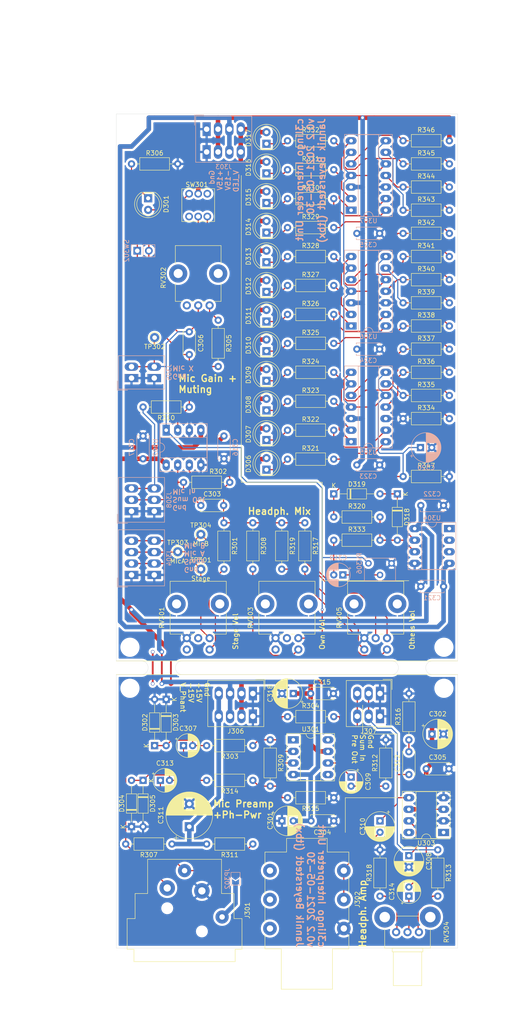
<source format=kicad_pcb>
(kicad_pcb (version 20211014) (generator pcbnew)
  (title_block (title "c3lingo interpeter unit -- channel strip") (date "2021-05-30") (rev "v0.2") (company "Jannik Beyerstedt (jtbx)") (comment 1 "Prototype 1"))
  (layers (0 "F.Cu" signal) (31 "B.Cu" signal) (34 "B.Paste" user) (35 "F.Paste" user) (36 "B.SilkS" user "B.Silkscreen") (37 "F.SilkS" user "F.Silkscreen") (38 "B.Mask" user) (39 "F.Mask" user) (44 "Edge.Cuts" user))
  (net 0 "")
  (net 1 "-15V")
  (net 2 "+15V")
  (net 3 "GND")
  (net 4 "Net-(C303-Pad2)")
  (net 5 "Net-(C306-Pad2)")
  (net 6 "Net-(C307-Pad1)")
  (net 7 "Net-(C307-Pad2)")
  (net 8 "Net-(C308-Pad1)")
  (net 9 "Net-(C309-Pad1)")
  (net 10 "Net-(C310-Pad1)")
  (net 11 "Net-(C310-Pad2)")
  (net 12 "V_Phant")
  (net 13 "Net-(C312-Pad2)")
  (net 14 "Net-(C313-Pad1)")
  (net 15 "Net-(C313-Pad2)")
  (net 16 "Net-(C314-Pad1)")
  (net 17 "Net-(C314-Pad2)")
  (net 18 "Net-(C319-Pad1)")
  (net 19 "Net-(C319-Pad2)")
  (net 20 "Net-(C320-Pad1)")
  (net 21 "Net-(D301-Pad1)")
  (net 22 "Net-(D301-Pad2)")
  (net 23 "V_LED")
  (net 24 "Net-(D306-Pad1)")
  (net 25 "Net-(D307-Pad1)")
  (net 26 "Net-(D308-Pad1)")
  (net 27 "Net-(D309-Pad1)")
  (net 28 "Net-(D310-Pad1)")
  (net 29 "Net-(D311-Pad1)")
  (net 30 "Net-(D312-Pad1)")
  (net 31 "Net-(D313-Pad1)")
  (net 32 "Net-(D314-Pad1)")
  (net 33 "Net-(D315-Pad1)")
  (net 34 "Net-(D316-Pad1)")
  (net 35 "Net-(D317-Pad1)")
  (net 36 "Net-(D318-Pad1)")
  (net 37 "Net-(D318-Pad2)")
  (net 38 "GNDREF")
  (net 39 "/Monitor_OthersB")
  (net 40 "/Monitor_OthersA")
  (net 41 "/Monitor_Stage")
  (net 42 "Net-(R301-Pad2)")
  (net 43 "Net-(R303-Pad1)")
  (net 44 "Net-(R305-Pad1)")
  (net 45 "Net-(R308-Pad2)")
  (net 46 "Net-(R309-Pad2)")
  (net 47 "Net-(R313-Pad2)")
  (net 48 "Net-(R317-Pad2)")
  (net 49 "Net-(R318-Pad1)")
  (net 50 "Net-(R319-Pad2)")
  (net 51 "Net-(R321-Pad2)")
  (net 52 "Net-(R322-Pad2)")
  (net 53 "Net-(R323-Pad2)")
  (net 54 "Net-(R324-Pad2)")
  (net 55 "Net-(R325-Pad2)")
  (net 56 "Net-(R326-Pad2)")
  (net 57 "Net-(R327-Pad2)")
  (net 58 "Net-(R328-Pad2)")
  (net 59 "Net-(R329-Pad2)")
  (net 60 "Net-(R330-Pad2)")
  (net 61 "Net-(R331-Pad2)")
  (net 62 "Net-(R332-Pad2)")
  (net 63 "Net-(R334-Pad2)")
  (net 64 "Net-(R335-Pad2)")
  (net 65 "Net-(R336-Pad2)")
  (net 66 "Net-(R337-Pad2)")
  (net 67 "Net-(R338-Pad2)")
  (net 68 "Net-(R339-Pad2)")
  (net 69 "Net-(R340-Pad2)")
  (net 70 "Net-(R341-Pad2)")
  (net 71 "Net-(R342-Pad2)")
  (net 72 "Net-(R343-Pad2)")
  (net 73 "Net-(R344-Pad2)")
  (net 74 "Net-(R345-Pad2)")
  (net 75 "/PreampOut")
  (net 76 "SumOut")
  (net 77 "MicPreOut")
  (net 78 "AmpIn")
  (net 79 "MicGainIn")
  (footprint "Connector_Audio:Jack_6.35mm_Neutrik_NMJ6HFD2_Horizontal" (layer "F.Cu") (at 100 216 -90)
    (fp_text reference "J302")
    (fp_text value "Headphone X")
  )
  (footprint "Connector_Audio:Jack_XLR_Neutrik_NC3FAAH2_Horizontal" (layer "F.Cu") (at 68.81 220.45 -90)
    (fp_text reference "J301")
    (fp_text value "Mic X In")
  )
  (footprint "Capacitor_THT:CP_Radial_D6.3mm_P2.50mm" (layer "F.Cu") (at 86.4 205.09)
    (fp_text reference "C301")
    (fp_text value "100uF")
  )
  (footprint "Capacitor_THT:C_Disc_D5.0mm_W2.5mm_P5.00mm" (layer "F.Cu") (at 97.79 205.09 180)
    (fp_text reference "C304")
    (fp_text value "100nF")
  )
  (footprint "Capacitor_THT:C_Disc_D5.0mm_W2.5mm_P5.00mm" (layer "F.Cu") (at 68.58 135.89)
    (fp_text reference "C303")
    (fp_text value "22pF")
  )
  (footprint "Capacitor_THT:CP_Radial_D5.0mm_P2.00mm" (layer "F.Cu") (at 101.6 195.47 -90)
    (fp_text reference "C309")
    (fp_text value "1uF")
  )
  (footprint "Capacitor_THT:CP_Radial_D5.0mm_P2.00mm" (layer "F.Cu") (at 114.3 221.6 90)
    (fp_text reference "C314")
    (fp_text value "1uF")
  )
  (footprint "Capacitor_THT:C_Disc_D5.0mm_W2.5mm_P5.00mm" (layer "F.Cu") (at 92.71 177.15)
    (fp_text reference "C315")
    (fp_text value "100nF")
  )
  (footprint "Capacitor_THT:CP_Radial_D6.3mm_P2.50mm" (layer "F.Cu") (at 88.9 177.15 180)
    (fp_text reference "C318")
    (fp_text value "100uF")
  )
  (footprint "Capacitor_THT:C_Disc_D5.0mm_W2.5mm_P5.00mm" (layer "F.Cu") (at 66.04 97.79 -90)
    (fp_text reference "C306")
    (fp_text value "100nF")
  )
  (footprint "Resistor_THT:R_Axial_DIN0207_L6.3mm_D2.5mm_P10.16mm_Horizontal" (layer "F.Cu") (at 80.01 188.58 180)
    (fp_text reference "R303")
    (fp_text value "1K 1%")
  )
  (footprint "Resistor_THT:R_Axial_DIN0207_L6.3mm_D2.5mm_P10.16mm_Horizontal" (layer "F.Cu") (at 87.63 182.23)
    (fp_text reference "R304")
    (fp_text value "330K 1%")
  )
  (footprint "c3lingo_unit-footprints:Potentiometer_Alps_RK09K_Double_Vertical" (layer "F.Cu") (at 70.5 165 90)
    (fp_text reference "RV301")
    (fp_text value "50K log.")
  )
  (footprint "c3lingo_unit-footprints:Potentiometer_Alps_RK09K_Double_Vertical" (layer "F.Cu") (at 90 165 90)
    (fp_text reference "RV303")
    (fp_text value "50K log.")
  )
  (footprint "Resistor_THT:R_Axial_DIN0207_L6.3mm_D2.5mm_P10.16mm_Horizontal" (layer "F.Cu") (at 83.82 187.31 -90)
    (fp_text reference "R309")
    (fp_text value "27K 1%")
  )
  (footprint "Resistor_THT:R_Axial_DIN0207_L6.3mm_D2.5mm_P10.16mm_Horizontal" (layer "F.Cu") (at 66.04 114.3 180)
    (fp_text reference "R310")
    (fp_text value "330R")
  )
  (footprint "Resistor_THT:R_Axial_DIN0207_L6.3mm_D2.5mm_P10.16mm_Horizontal" (layer "F.Cu") (at 109.22 197.47 90)
    (fp_text reference "R312")
    (fp_text value "820R")
  )
  (footprint "Resistor_THT:R_Axial_DIN0207_L6.3mm_D2.5mm_P10.16mm_Horizontal" (layer "F.Cu") (at 64.77 130.81)
    (fp_text reference "R302")
    (fp_text value "22K")
  )
  (footprint "Resistor_THT:R_Axial_DIN0207_L6.3mm_D2.5mm_P10.16mm_Horizontal" (layer "F.Cu") (at 80.01 196.2 180)
    (fp_text reference "R314")
    (fp_text value "1K 1%")
  )
  (footprint "Resistor_THT:R_Axial_DIN0207_L6.3mm_D2.5mm_P10.16mm_Horizontal" (layer "F.Cu") (at 97.79 200.01 180)
    (fp_text reference "R315")
    (fp_text value "330K 1%")
  )
  (footprint "Resistor_THT:R_Axial_DIN0207_L6.3mm_D2.5mm_P10.16mm_Horizontal" (layer "F.Cu") (at 72.39 95.25 -90)
    (fp_text reference "R305")
    (fp_text value "56R")
  )
  (footprint "Potentiometer_THT:Potentiometer_Alps_RK09K_Single_Vertical" (layer "F.Cu") (at 70.5 92 90)
    (fp_text reference "RV302")
    (fp_text value "10K log.")
  )
  (footprint "Package_DIP:DIP-8_W7.62mm_Socket_LongPads" (layer "F.Cu") (at 88.9 187.31)
    (fp_text reference "U301")
    (fp_text value "NE5534")
  )
  (footprint "Capacitor_THT:CP_Radial_D6.3mm_P2.50mm" (layer "F.Cu") (at 119.38 186.04)
    (fp_text reference "C302")
    (fp_text value "100uF")
  )
  (footprint "Capacitor_THT:C_Disc_D5.0mm_W2.5mm_P5.00mm" (layer "F.Cu") (at 118.11 193.66)
    (fp_text reference "C305")
    (fp_text value "100nF")
  )
  (footprint "Capacitor_THT:CP_Radial_D6.3mm_P2.50mm" (layer "F.Cu") (at 114.3 212.71 -90)
    (fp_text reference "C308")
    (fp_text value "100uF")
  )
  (footprint "Capacitor_THT:CP_Radial_D6.3mm_P2.50mm" (layer "F.Cu") (at 107.95 205.09 -90)
    (fp_text reference "C310")
    (fp_text value "220uF lowESR")
  )
  (footprint "Capacitor_THT:C_Disc_D5.0mm_W2.5mm_P5.00mm" (layer "F.Cu") (at 114.3 194.93 90)
    (fp_text reference "C312")
    (fp_text value "47nF")
  )
  (footprint "Resistor_THT:R_Axial_DIN0207_L6.3mm_D2.5mm_P10.16mm_Horizontal" (layer "F.Cu") (at 120.65 211.44 -90)
    (fp_text reference "R313")
    (fp_text value "330K")
  )
  (footprint "Resistor_THT:R_Axial_DIN0207_L6.3mm_D2.5mm_P10.16mm_Horizontal" (layer "F.Cu") (at 114.3 187.31 90)
    (fp_text reference "R316")
    (fp_text value "12R")
  )
  (footprint "Potentiometer_THT:Potentiometer_Alps_RK09K_Single_Horizontal" (layer "F.Cu") (at 111.5 229.5 -90)
    (fp_text reference "RV304")
    (fp_text value "50K log.")
  )
  (footprint "Package_DIP:DIP-8_W7.62mm_Socket_LongPads" (layer "F.Cu") (at 121.92 207.63 180)
    (fp_text reference "U303")
    (fp_text value "LM386N-4")
  )
  (footprint "c3lingo_unit-footprints:Potentiometer_Alps_RK09K_Double_Vertical" (layer "F.Cu") (at 109.5 165 90)
    (fp_text reference "RV305")
    (fp_text value "50K log. st.")
  )
  (footprint "TestPoint:TestPoint_THTPad_D2.0mm_Drill1.0mm" (layer "F.Cu") (at 68.58 149.86)
    (fp_text reference "TP301")
    (fp_text value "Stage")
  )
  (footprint "TestPoint:TestPoint_THTPad_D2.0mm_Drill1.0mm" (layer "F.Cu") (at 58.42 99.06 180)
    (fp_text reference "TP302")
    (fp_text value "MicX")
  )
  (footprint "TestPoint:TestPoint_THTPad_D2.0mm_Drill1.0mm" (layer "F.Cu") (at 63.5 146.05)
    (fp_text reference "TP303")
    (fp_text value "MicA")
  )
  (footprint "TestPoint:TestPoint_THTPad_D2.0mm_Drill1.0mm" (layer "F.Cu") (at 68.58 142.24)
    (fp_text reference "TP304")
    (fp_text value "MicB")
  )
  (footprint "Resistor_THT:R_Axial_DIN0207_L6.3mm_D2.5mm_P10.16mm_Horizontal" (layer "F.Cu") (at 107.95 221.6 90)
    (fp_text reference "R318")
    (fp_text value "2.2K")
  )
  (footprint "Resistor_THT:R_Axial_DIN0207_L6.3mm_D2.5mm_P10.16mm_Horizontal" (layer "F.Cu") (at 73.66 139.7 -90)
    (fp_text reference "R301")
    (fp_text value "22K")
  )
  (footprint "Resistor_THT:R_Axial_DIN0207_L6.3mm_D2.5mm_P10.16mm_Horizontal" (layer "F.Cu") (at 80.01 139.7 -90)
    (fp_text reference "R308")
    (fp_text value "22K")
  )
  (footprint "Resistor_THT:R_Axial_DIN0207_L6.3mm_D2.5mm_P10.16mm_Horizontal" (layer "F.Cu") (at 91.44 139.7 -90)
    (fp_text reference "R317")
    (fp_text value "22K")
  )
  (footprint "Resistor_THT:R_Axial_DIN0207_L6.3mm_D2.5mm_P10.16mm_Horizontal" (layer "F.Cu") (at 86.36 139.7 -90)
    (fp_text reference "R319")
    (fp_text value "22K")
  )
  (footprint "Capacitor_THT:CP_Radial_D5.0mm_P2.00mm" (layer "F.Cu") (at 64.77 188.58)
    (fp_text reference "C307")
    (fp_text value "1uF/ 63V lowESR")
  )
  (footprint "Capacitor_THT:CP_Radial_D10.0mm_P5.00mm" (layer "F.Cu") (at 66.04 206.36 90)
    (fp_text reference "C311")
    (fp_text value "100uF/ 63V")
  )
  (footprint "Capacitor_THT:CP_Radial_D5.0mm_P2.00mm" (layer "F.Cu") (at 59.69 196.2)
    (fp_text reference "C313")
    (fp_text value "1uF/ 63V lowESR")
  )
  (footprint "Diode_THT:D_DO-35_SOD27_P10.16mm_Horizontal" (layer "F.Cu") (at 60.96 178.42 -90)
    (fp_text reference "D303")
    (fp_text value "1N4148")
  )
  (footprint "Diode_THT:D_DO-35_SOD27_P10.16mm_Horizontal" (layer "F.Cu") (at 58.42 188.58 90)
    (fp_text reference "D302")
    (fp_text value "1N4148")
  )
  (footprint "Diode_THT:D_DO-35_SOD27_P10.16mm_Horizontal" (layer "F.Cu") (at 53.34 206.36 90)
    (fp_text reference "D304")
    (fp_text value "1N4148")
  )
  (footprint "Diode_THT:D_DO-35_SOD27_P10.16mm_Horizontal" (layer "F.Cu") (at 55.88 196.2 -90)
    (fp_text reference "D305")
    (fp_text value "1N4148")
  )
  (footprint "Resistor_THT:R_Axial_DIN0207_L6.3mm_D2.5mm_P10.16mm_Horizontal" (layer "F.Cu") (at 62.23 210.17 180)
    (fp_text reference "R307")
    (fp_text value "6.8K 1%")
  )
  (footprint "Resistor_THT:R_Axial_DIN0207_L6.3mm_D2.5mm_P10.16mm_Horizontal" (layer "F.Cu") (at 80.01 210.17 180)
    (fp_text reference "R311")
    (fp_text value "6.8K 1%")
  )
  (footprint "LED_THT:LED_D5.0mm" (layer "F.Cu") (at 57 68.5 -90)
    (fp_text reference "D301")
    (fp_text value "On-Air (rd)")
  )
  (footprint "LED_THT:LED_D5.0mm" (layer "F.Cu") (at 83 128.04 90)
    (fp_text reference "D306")
    (fp_text value "rd")
  )
  (footprint "LED_THT:LED_D5.0mm" (layer "F.Cu") (at 83 121.54 90)
    (fp_text reference "D307")
    (fp_text value "rd")
  )
  (footprint "LED_THT:LED_D5.0mm" (layer "F.Cu") (at 83 115.04 90)
    (fp_text reference "D308")
    (fp_text value "rd")
  )
  (footprint "LED_THT:LED_D5.0mm" (layer "F.Cu") (at 83 108.54 90)
    (fp_text reference "D309")
    (fp_text value "rd")
  )
  (footprint "LED_THT:LED_D5.0mm" (layer "F.Cu") (at 83 102.04 90)
    (fp_text reference "D310")
    (fp_text value "ye")
  )
  (footprint "LED_THT:LED_D5.0mm" (layer "F.Cu") (at 83 95.54 90)
    (fp_text reference "D311")
    (fp_text value "ye")
  )
  (footprint "LED_THT:LED_D5.0mm" (layer "F.Cu") (at 83 89.04 90)
    (fp_text reference "D312")
    (fp_text value "gn")
  )
  (footprint "LED_THT:LED_D5.0mm" (layer "F.Cu") (at 83 82.54 90)
    (fp_text reference "D313")
    (fp_text value "gn")
  )
  (footprint "LED_THT:LED_D5.0mm" (layer "F.Cu") (at 83 76.04 90)
    (fp_text reference "D314")
    (fp_text value "gn")
  )
  (footprint "LED_THT:LED_D5.0mm" (layer "F.Cu") (at 83 69.54 90)
    (fp_text reference "D315")
    (fp_text value "ye")
  )
  (footprint "LED_THT:LED_D5.0mm" (layer "F.Cu") (at 83 63.04 90)
    (fp_text reference "D316")
    (fp_text value "ye")
  )
  (footprint "LED_THT:LED_D5.0mm" (layer "F.Cu") (at 83 56.54 90)
    (fp_text reference "D317")
    (fp_text value "rd")
  )
  (footprint "Diode_THT:D_DO-35_SOD27_P10.16mm_Horizontal" (layer "F.Cu") (at 111.76 133.35 -90)
    (fp_text reference "D318")
    (fp_text value "1N4148")
  )
  (footprint "Diode_THT:D_DO-35_SOD27_P10.16mm_Horizontal" (layer "F.Cu") (at 97.79 133.35)
    (fp_text reference "D319")
    (fp_text value "1N4148")
  )
  (footprint "Resistor_THT:R_Axial_DIN0207_L6.3mm_D2.5mm_P10.16mm_Horizontal" (layer "F.Cu") (at 53.34 60.96)
    (fp_text reference "R306")
    (fp_text value "390R")
  )
  (footprint "Resistor_THT:R_Axial_DIN0207_L6.3mm_D2.5mm_P10.16mm_Horizontal" (layer "F.Cu") (at 97.79 138.43)
    (fp_text reference "R320")
    (fp_text value "15K")
  )
  (footprint "Resistor_THT:R_Axial_DIN0207_L6.3mm_D2.5mm_P10.16mm_Horizontal" (layer "F.Cu") (at 87.63 125.73)
    (fp_text reference "R321")
    (fp_text value "390R")
  )
  (footprint "Resistor_THT:R_Axial_DIN0207_L6.3mm_D2.5mm_P10.16mm_Horizontal" (layer "F.Cu") (at 87.63 119.38)
    (fp_text reference "R322")
    (fp_text value "390R")
  )
  (footprint "Resistor_THT:R_Axial_DIN0207_L6.3mm_D2.5mm_P10.16mm_Horizontal" (layer "F.Cu") (at 87.63 113.03)
    (fp_text reference "R323")
    (fp_text value "390R")
  )
  (footprint "Resistor_THT:R_Axial_DIN0207_L6.3mm_D2.5mm_P10.16mm_Horizontal" (layer "F.Cu") (at 87.63 106.68)
    (fp_text reference "R324")
    (fp_text value "390R")
  )
  (footprint "Resistor_THT:R_Axial_DIN0207_L6.3mm_D2.5mm_P10.16mm_Horizontal" (layer "F.Cu") (at 87.63 100.33)
    (fp_text reference "R325")
    (fp_text value "390R")
  )
  (footprint "Resistor_THT:R_Axial_DIN0207_L6.3mm_D2.5mm_P10.16mm_Horizontal" (layer "F.Cu") (at 87.63 93.98)
    (fp_text reference "R326")
    (fp_text value "390R")
  )
  (footprint "Resistor_THT:R_Axial_DIN0207_L6.3mm_D2.5mm_P10.16mm_Horizontal" (layer "F.Cu") (at 87.63 87.63)
    (fp_text reference "R327")
    (fp_text value "390R")
  )
  (footprint "Resistor_THT:R_Axial_DIN0207_L6.3mm_D2.5mm_P10.16mm_Horizontal" (layer "F.Cu") (at 87.63 81.28)
    (fp_text reference "R328")
    (fp_text value "390R")
  )
  (footprint "Resistor_THT:R_Axial_DIN0207_L6.3mm_D2.5mm_P10.16mm_Horizontal" (layer "F.Cu") (at 87.63 74.93)
    (fp_text reference "R329")
    (fp_text value "390R")
  )
  (footprint "Resistor_THT:R_Axial_DIN0207_L6.3mm_D2.5mm_P10.16mm_Horizontal" (layer "F.Cu") (at 87.63 68.58)
    (fp_text reference "R330")
    (fp_text value "390R")
  )
  (footprint "Resistor_THT:R_Axial_DIN0207_L6.3mm_D2.5mm_P10.16mm_Horizontal" (layer "F.Cu") (at 87.63 62.23)
    (fp_text reference "R331")
    (fp_text value "390R")
  )
  (footprint "Resistor_THT:R_Axial_DIN0207_L6.3mm_D2.5mm_P10.16mm_Horizontal" (layer "F.Cu") (at 87.63 55.88)
    (fp_text reference "R332")
    (fp_text value "390R")
  )
  (footprint "Resistor_THT:R_Axial_DIN0207_L6.3mm_D2.5mm_P10.16mm_Horizontal" (layer "F.Cu") (at 97.79 143.51)
    (fp_text reference "R333")
    (fp_text value "1K")
  )
  (footprint "Resistor_THT:R_Axial_DIN0207_L6.3mm_D2.5mm_P10.16mm_Horizontal" (layer "F.Cu") (at 113.03 116.84)
    (fp_text reference "R334")
    (fp_text value "68R")
  )
  (footprint "Resistor_THT:R_Axial_DIN0207_L6.3mm_D2.5mm_P10.16mm_Horizontal" (layer "F.Cu") (at 113.03 111.76)
    (fp_text reference "R335")
    (fp_text value "39R")
  )
  (footprint "Resistor_THT:R_Axial_DIN0207_L6.3mm_D2.5mm_P10.16mm_Horizontal" (layer "F.Cu") (at 113.03 106.68)
    (fp_text reference "R336")
    (fp_text value "68R")
  )
  (footprint "Resistor_THT:R_Axial_DIN0207_L6.3mm_D2.5mm_P10.16mm_Horizontal" (layer "F.Cu") (at 113.03 101.6)
    (fp_text reference "R337")
    (fp_text value "100R")
  )
  (footprint "Resistor_THT:R_Axial_DIN0207_L6.3mm_D2.5mm_P10.16mm_Horizontal" (layer "F.Cu") (at 113.03 96.52)
    (fp_text reference "R338")
    (fp_text value "150R")
  )
  (footprint "Resistor_THT:R_Axial_DIN0207_L6.3mm_D2.5mm_P10.16mm_Horizontal" (layer "F.Cu") (at 113.03 91.44)
    (fp_text reference "R339")
    (fp_text value "270R")
  )
  (footprint "Resistor_THT:R_Axial_DIN0207_L6.3mm_D2.5mm_P10.16mm_Horizontal" (layer "F.Cu") (at 113.03 86.36)
    (fp_text reference "R340")
    (fp_text value "390R")
  )
  (footprint "Resistor_THT:R_Axial_DIN0207_L6.3mm_D2.5mm_P10.16mm_Horizontal" (layer "F.Cu") (at 113.03 81.28)
    (fp_text reference "R341")
    (fp_text value "680R")
  )
  (footprint "Resistor_THT:R_Axial_DIN0207_L6.3mm_D2.5mm_P10.16mm_Horizontal" (layer "F.Cu") (at 113.03 76.2)
    (fp_text reference "R342")
    (fp_text value "1K")
  )
  (footprint "Resistor_THT:R_Axial_DIN0207_L6.3mm_D2.5mm_P10.16mm_Horizontal" (layer "F.Cu") (at 113.03 71.12)
    (fp_text reference "R343")
    (fp_text value "1.5K")
  )
  (footprint "Resistor_THT:R_Axial_DIN0207_L6.3mm_D2.5mm_P10.16mm_Horizontal" (layer "F.Cu") (at 113.03 66.04)
    (fp_text reference "R344")
    (fp_text value "2.7K")
  )
  (footprint "Resistor_THT:R_Axial_DIN0207_L6.3mm_D2.5mm_P10.16mm_Horizontal" (layer "F.Cu") (at 113.03 60.96)
    (fp_text reference "R345")
    (fp_text value "3.9K")
  )
  (footprint "Resistor_THT:R_Axial_DIN0207_L6.3mm_D2.5mm_P10.16mm_Horizontal" (layer "F.Cu") (at 113.03 55.88)
    (fp_text reference "R346")
    (fp_text value "2.7K")
  )
  (footprint "Resistor_THT:R_Axial_DIN0207_L6.3mm_D2.5mm_P10.16mm_Horizontal" (layer "F.Cu") (at 113.03 129.54)
    (fp_text reference "R347")
    (fp_text value "100K")
  )
  (footprint "c3lingo_unit-footprints:SW_APEM_MHPS2273_DPDT" (layer "F.Cu") (at 68 70 180)
    (fp_text reference "SW301")
    (fp_text value "OnAir_X")
  )
  (footprint "TerminalBlock_Phoenix:TerminalBlock_Phoenix_PTSM-0,5-3-2.5-H-THR_1x03_P2.50mm_Horizontal" (layer "F.Cu") (at 107.95 177.15 180)
    (fp_text reference "J307")
    (fp_text value "Interconnect")
  )
  (footprint "MountingHole:MountingHole_3.2mm_M3" (layer "F.Cu") (at 53 176)
    (fp_text reference "H305" hide)
    (fp_text value "MountingHole")
  )
  (footprint "MountingHole:MountingHole_3.2mm_M3" (layer "F.Cu") (at 122 176)
    (fp_text reference "H306" hide)
    (fp_text value "MountingHole")
  )
  (footprint "TerminalBlock_Phoenix:TerminalBlock_Phoenix_PTSM-0,5-4-2.5-H-THR_1x04_P2.50mm_Horizontal" (layer "F.Cu") (at 80.01 177.15 180)
    (fp_text reference "J306")
    (fp_text value "PowerSupply")
  )
  (footprint "MountingHole:MountingHole_3.2mm_M3" (layer "F.Cu") (at 53 53)
    (fp_text reference "H301" hide)
    (fp_text value "MountingHole")
  )
  (footprint "MountingHole:MountingHole_3.2mm_M3" (layer "F.Cu") (at 53 167)
    (fp_text reference "H302" hide)
    (fp_text value "MountingHole")
  )
  (footprint "MountingHole:MountingHole_3.2mm_M3" (layer "F.Cu") (at 122 167)
    (fp_text reference "H303" hide)
    (fp_text value "MountingHole")
  )
  (footprint "Capacitor_THT:C_Disc_D5.0mm_W2.5mm_P5.00mm" (layer "B.Cu") (at 73.66 125.65 90)
    (fp_text reference "C316")
    (fp_text value "100nF")
  )
  (footprint "Capacitor_THT:C_Disc_D5.0mm_W2.5mm_P5.00mm" (layer "B.Cu") (at 55.88 120.65 -90)
    (fp_text reference "C317")
    (fp_text value "100nF")
  )
  (footprint "Connector_PinHeader_2.54mm:PinHeader_1x02_P2.54mm_Vertical" (layer "B.Cu") (at 54.61 80.01 -90)
    (fp_text reference "SW302")
    (fp_text value "Mute_X")
  )
  (footprint "Capacitor_THT:CP_Radial_D5.0mm_P2.00mm" (layer "B.Cu") (at 99.79 151.13 180)
    (fp_text reference "C319")
    (fp_text value "1uF")
  )
  (footprint "Capacitor_THT:CP_Radial_D6.3mm_P2.50mm" (layer "B.Cu") (at 116.84 123.19)
    (fp_text reference "C320")
    (fp_text value "47uF")
  )
  (footprint "Capacitor_THT:C_Disc_D5.0mm_W2.5mm_P5.00mm" (layer "B.Cu") (at 116.92 153.67)
    (fp_text reference "C321")
    (fp_text value "100nF")
  )
  (footprint "Capacitor_THT:C_Disc_D5.0mm_W2.5mm_P5.00mm" (layer "B.Cu") (at 121.92 135.89 180)
    (fp_text reference "C322")
    (fp_text value "100nF")
  )
  (footprint "Capacitor_THT:C_Disc_D5.0mm_W2.5mm_P5.00mm" (layer "B.Cu") (at 102.87 127)
    (fp_text reference "C323")
    (fp_text value "100nF")
  )
  (footprint "Capacitor_THT:C_Disc_D5.0mm_W2.5mm_P5.00mm" (layer "B.Cu") (at 102.87 101.6)
    (fp_text reference "C324")
    (fp_text value "100nF")
  )
  (footprint "Capacitor_THT:C_Disc_D5.0mm_W2.5mm_P5.00mm" (layer "B.Cu") (at 102.87 76.2)
    (fp_text reference "C325")
    (fp_text value "100nF")
  )
  (footprint "TerminalBlock_Phoenix:TerminalBlock_Phoenix_PTSM-0,5-4-2.5-H-THR_1x04_P2.50mm_Horizontal" (layer "B.Cu") (at 69.85 53.34)
    (fp_text reference "J303")
    (fp_text value "PowerSupply")
  )
  (footprint "TerminalBlock_Phoenix:TerminalBlock_Phoenix_PTSM-0,5-4-2.5-H-THR_1x04_P2.50mm_Horizontal" (layer "B.Cu") (at 53.34 151.13 90)
    (fp_text reference "J304")
    (fp_text value "Inputs")
  )
  (footprint "TerminalBlock_Phoenix:TerminalBlock_Phoenix_PTSM-0,5-2-2.5-H-THR_1x02_P2.50mm_Horizontal" (layer "B.Cu") (at 53.34 107.95 90)
    (fp_text reference "J305")
    (fp_text value "Output")
  )
  (footprint "Jumper:SolderJumper-2_P1.3mm_Open_TrianglePad1.0x1.5mm" (layer "B.Cu") (at 76.2 217.79 -90)
    (fp_text reference "JP302")
    (fp_text value "GND_JMP")
  )
  (footprint "Potentiometer_THT:Potentiometer_Vishay_T73XX_Horizontal" (layer "B.Cu") (at 105.41 148.59 -90)
    (fp_text reference "RV306")
    (fp_text value "50K")
  )
  (footprint "Package_DIP:DIP-8_W7.62mm_Socket_LongPads" (layer "B.Cu") (at 60.96 119.38 -90)
    (fp_text reference "U302")
    (fp_text value "LM833N")
  )
  (footprint "Package_DIP:DIP-14_W7.62mm_Socket_LongPads" (layer "B.Cu") (at 101.6 121.92)
    (fp_text reference "U305")
    (fp_text value "LM339")
  )
  (footprint "Package_DIP:DIP-14_W7.62mm_Socket_LongPads" (layer "B.Cu") (at 101.6 96.52)
    (fp_text reference "U306")
    (fp_text value "LM339")
  )
  (footprint "Package_DIP:DIP-14_W7.62mm_Socket_LongPads" (layer "B.Cu") (at 101.6 71.12)
    (fp_text reference "U307")
    (fp_text value "LM339")
  )
  (footprint "Package_DIP:DIP-8_W7.62mm_Socket_LongPads" (layer "B.Cu") (at 123.19 140.97 180)
    (fp_text reference "U304")
    (fp_text value "LM833N")
  )
  (footprint "TerminalBlock_Phoenix:TerminalBlock_Phoenix_PTSM-0,5-3-2.5-H-THR_1x03_P2.50mm_Horizontal" (layer "B.Cu") (at 53.34 137.16 90)
    (fp_text reference "J308")
    (fp_text value "Interconnect")
  )
  (gr_line (start 111.76 200.01) (end 100.33 200.01) (layer "F.SilkS") (width 0.12))
  (gr_line (start 104.14 186.04) (end 104.14 179.69) (layer "F.SilkS") (width 0.12))
  (gr_line (start 100.33 200.01) (end 100.33 207.63) (layer "F.SilkS") (width 0.12))
  (gr_line (start 111.76 194.93) (end 111.76 200.01) (layer "F.SilkS") (width 0.12))
  (gr_line (start 77.47 63.5) (end 77.47 130.81) (layer "F.SilkS") (width 0.12))
  (gr_line (start 95.25 130.81) (end 95.25 152.4) (layer "F.SilkS") (width 0.12))
  (gr_line (start 104.14 186.04) (end 111.76 186.04) (layer "F.SilkS") (width 0.12))
  (gr_line (start 50 173) (end 125 173) (layer "F.SilkS") (width 0.12))
  (gr_line (start 77.47 130.81) (end 95.25 130.81) (layer "F.SilkS") (width 0.12))
  (gr_line (start 111.76 186.04) (end 111.76 189.85) (layer "F.SilkS") (width 0.12))
  (gr_line (start 95.25 152.4) (end 114.3 152.4) (layer "F.SilkS") (width 0.12))
  (gr_line (start 50 170) (end 125 170) (layer "F.SilkS") (width 0.12))
  (gr_line (start 50 170) (end 50 50) (layer "Edge.Cuts") (width 0.05))
  (gr_line (start 125 233) (end 50 233) (layer "Edge.Cuts") (width 0.05))
  (gr_line (start 110.5 173) (end 64.5 173) (layer "Edge.Cuts") (width 0.05))
  (gr_line (start 50 173) (end 50 233) (layer "Edge.Cuts") (width 0.05))
  (gr_line (start 125 173) (end 125 233) (layer "Edge.Cuts") (width 0.05))
  (gr_line (start 55.5 170) (end 50 170) (layer "Edge.Cuts") (width 0.05))
  (gr_line (start 50 173) (end 55.5 173) (layer "Edge.Cuts") (width 0.05))
  (gr_line (start 119.5 170) (end 125 170) (layer "Edge.Cuts") (width 0.05))
  (gr_line (start 119.5 173) (end 125 173) (layer "Edge.Cuts") (width 0.05))
  (gr_arc (start 110.5 170) (mid 112 171.5) (end 110.5 173) (layer "Edge.Cuts") (width 0.05))
  (gr_line (start 125 50) (end 125 170) (layer "Edge.Cuts") (width 0.05))
  (gr_arc (start 55.5 170) (mid 57 171.5) (end 55.5 173) (layer "Edge.Cuts") (width 0.05))
  (gr_line (start 110.5 170) (end 64.5 170) (layer "Edge.Cuts") (width 0.05))
  (gr_arc (start 119.5 173) (mid 118 171.5) (end 119.5 170) (layer "Edge.Cuts") (width 0.05))
  (gr_line (start 50 50) (end 125 50) (layer "Edge.Cuts") (width 0.05))
  (gr_arc (start 64.5 173) (mid 63 171.5) (end 64.5 170) (layer "Edge.Cuts") (width 0.05))
  (gr_text "c3lingo Interpreter Unit\nv0.2 2021-05-30\nJannik Beyerstedt (jtbx)" (at 92.71 50.8 90) (layer "B.SilkS") (effects (font (size 1.5 1.5) (thickness 0.3)) (justify left mirror)))
  (gr_text "Gnd\nMic X" (at 62.23 106.68 180) (layer "B.SilkS") (effects (font (size 1.1 1.1) (thickness 0.2)) (justify left mirror)))
  (gr_text "Gnd\nStage\nMic A\nMic B" (at 64.77 147.32 180) (layer "B.SilkS") (effects (font (size 1.1 1.1) (thickness 0.2)) (justify left mirror)))
  (gr_text "Gnd\n+15V\n-15V\nV_LED" (at 73.66 62.23 90) (layer "B.SilkS") (effects (font (size 1.1 1.1) (thickness 0.2)) (justify left mirror)))
  (gr_text "c3lingo Interpreter Unit\nv0.2 2021-05-30\nJannik Beyerstedt (jtbx)" (at 92.71 233.03 -90) (layer "B.SilkS") (effects (font (size 1.5 1.5) (thickness 0.3)) (justify left mirror)))
  (gr_text "Gnd\nSum Out\nMic In" (at 62.23 134.62 180) (layer "B.SilkS") (effects (font (size 1.1 1.1) (thickness 0.2)) (justify left mirror)))
  (gr_text "Headph. Mix" (at 78.74 137.16) (layer "F.SilkS") (effects (font (size 1.5 1.5) (thickness 0.3)) (justify left)))
  (gr_text "Headph. Amp" (at 104.14 233.03 90) (layer "F.SilkS") (effects (font (size 1.5 1.5) (thickness 0.3)) (justify left)))
  (gr_text "Stage Vol" (at 76.2 167.64 90) (layer "F.SilkS") (effects (font (size 1.1 1.1) (thickness 0.2)) (justify left)))
  (gr_text "Own Vol" (at 95.25 167.64 90) (layer "F.SilkS") (effects (font (size 1.1 1.1) (thickness 0.2)) (justify left)))
  (gr_text "Others Vol" (at 115 167.64 90) (layer "F.SilkS") (effects (font (size 1.1 1.1) (thickness 0.2)) (justify left)))
  (gr_text "Gnd\n+15V\n-15V\nV_Phant" (at 67.31 174.61 270) (layer "F.SilkS") (effects (font (size 1.1 1.1) (thickness 0.2)) (justify left)))
  (gr_text "Gnd\nSum In\nPre Out" (at 104.14 186.04 -90) (layer "F.SilkS") (effects (font (size 1.1 1.1) (thickness 0.2)) (justify left)))
  (gr_text "Mic Gain +\nMuting" (at 63.5 109.22) (layer "F.SilkS") (effects (font (size 1.5 1.5) (thickness 0.3)) (justify left)))
  (gr_text "Mic Preamp\n+Ph-Pwr" (at 71.12 202.55) (layer "F.SilkS") (effects (font (size 1.5 1.5) (thickness 0.3)) (justify left)))
  (segment (start 58 168) (end 58 175) (width 0.4) (layer "F.Cu") (net 0))
  (via (at 58 168) (size 0.8) (drill 0.6) (layers "F.Cu" "B.Cu") (net 0))
  (via (at 58 175) (size 0.8) (drill 0.6) (layers "F.Cu" "B.Cu") (net 0))
  (segment (start 53.33501 123.16499) (end 66.99501 123.16499) (width 1) (layer "F.Cu") (net 1))
  (segment (start 60 168) (end 60 175) (width 0.4) (layer "F.Cu") (net 1))
  (segment (start 66.99501 123.16499) (end 68.58 121.58) (width 1) (layer "F.Cu") (net 1))
  (segment (start 72.73 121.58) (end 73.66 120.65) (width 1) (layer "F.Cu") (net 1))
  (segment (start 68.58 121.58) (end 68.58 119.38) (width 1) (layer "F.Cu") (net 1))
  (segment (start 68.58 121.58) (end 72.73 121.58) (width 1) (layer "F.Cu") (net 1))
  (via (at 53.33501 123.16499) (size 0.6) (drill 0.3) (layers "F.Cu" "B.Cu") (net 1))
  (via (at 60 175) (size 0.8) (drill 0.6) (layers "F.Cu" "B.Cu") (net 1))
  (via (at 60 168) (size 0.8) (drill 0.6) (layers "F.Cu" "B.Cu") (net 1))
  (segment (start 75.01 174.69) (end 75.01 177.15) (width 1) (layer "B.Cu") (net 1))
  (segment (start 50.82501 123.16499) (end 53.31499 123.16499) (width 1) (layer "B.Cu") (net 1))
  (segment (start 59.44 167.44) (end 60 168) (width 1) (layer "B.Cu") (net 1))
  (segment (start 88.9 205.09) (end 92.79 205.09) (width 1) (layer "B.Cu") (net 1))
  (segment (start 92.71 194.93) (end 92.71 205.01) (width 1) (layer "B.Cu") (net 1))
  (segment (start 92.71 205.01) (end 92.79 205.09) (width 1) (layer "B.Cu") (net 1))
  (segment (start 53.31499 57.12499) (end 50.82501 57.12499) (width 1) (layer "B.Cu") (net 1))
  (segment (start 50.82501 123.16499) (end 50.82501 158.72499) (width 1) (layer "B.Cu") (net 1))
  (segment (start 88.9 194.93) (end 92.71 194.93) (width 1) (layer "B.Cu") (net 1))
  (segment (start 74.85 53.34) (end 74.85 58.34) (width 1) (layer "B.Cu") (net 1))
  (segment (start 74.85 50.84) (end 74.86499 50.82501) (width 1) (layer "B.Cu") (net 1))
  (segment (start 93.98 174.61) (end 74.93 174.61) (width 1) (layer "B.Cu") (net 1))
  (segment (start 74.93 174.61) (end 60.39 174.61) (width 1) (layer "B.Cu") (net 1))
  (segment (start 121.92 153.67) (end 121.92 149.86) (width 1) (layer "B.Cu") (net 1))
  (segment (start 57.15 53.34) (end 53.34 57.15) (width 1) (layer "B.Cu") (net 1))
  (segment (start 120.65 162.56) (end 121.92 161.29) (width 1) (layer "B.Cu") (net 1))
  (segment (start 74.85 53.34) (end 74.85 50.84) (width 1) (layer "B.Cu") (net 1))
  (segment (start 50.82501 57.12499) (end 50.82501 120.67501) (width 1) (layer "B.Cu") (net 1))
  (segment (start 50.82501 120.67501) (end 50.82501 123.16499) (width 1) (layer "B.Cu") (net 1))
  (segment (start 92.71 194.93) (end 94.310001 193.329999) (width 1) (layer "B.Cu") (net 1))
  (segment (start 121.92 149.86) (end 123.19 148.59) (width 1) (layer "B.Cu") (net 1))
  (segment (start 59.44 162.56) (end 120.65 162.56) (width 1) (layer "B.Cu") (net 1))
  (segment (start 57.15 50.82501) (end 57.15 53.34) (width 1) (layer "B.Cu") (net 1))
  (segment (start 50.82501 161.31501) (end 52.07 162.56) (width 1) (layer "B.Cu") (net 1))
  (segment (start 53.34 57.15) (end 53.31499 57.12499) (width 1) (layer "B.Cu") (net 1))
  (segment (start 74.86499 50.82501) (end 57.15 50.82501) (width 1) (layer "B.Cu") (net 1))
  (segment (start 50.82501 158.72499) (end 50.82501 161.31501) (width 1) (layer "B.Cu") (net 1))
  (segment (start 94.310001 193.329999) (end 94.310001 174.940001) (width 1) (layer "B.Cu") (net 1))
  (segment (start 121.92 161.29) (end 121.92 153.67) (width 1) (layer "B.Cu") (net 1))
  (segment (start 59.44 162.56) (end 59.44 167.44) (width 1) (layer "B.Cu") (net 1))
  (segment (start 60.39 174.61) (end 60 175) (width 1) (layer "B.Cu") (net 1))
  (segment (start 74.93 174.61) (end 75.01 174.69) (width 1) (layer "B.Cu") (net 1))
  (segment (start 94.310001 174.940001) (end 93.98 174.61) (width 1) (layer "B.Cu") (net 1))
  (segment (start 75.01 177.15) (end 75.01 182.15) (width 1) (layer "B.Cu") (net 1))
  (segment (start 52.07 162.56) (end 59.44 162.56) (width 1) (layer "B.Cu") (net 1))
  (segment (start 104.11499 50.82501) (end 106.65499 50.82501) (width 1) (layer "F.Cu") (net 2))
  (segment (start 106.65499 50.82501) (end 123.19 50.82501) (width 1) (layer "F.Cu") (net 2))
  (segment (start 62 168) (end 62 175) (width 0.4) (layer "F.Cu") (net 2))
  (segment (start 72.35 50.84) (end 72.36499 50.82501) (width 1) (layer "F.Cu") (net 2))
  (segment (start 116.84 174.61) (end 116.84 178.42) (width 1) (layer "F.Cu") (net 2))
  (segment (start 58.42 50.82501) (end 72.36499 50.82501) (width 1) (layer "F.Cu") (net 2))
  (segment (start 88.9 177.15) (end 92.71 177.15) (width 1) (layer "F.Cu") (net 2))
  (segment (start 77.51 177.15) (end 77.51 174.65) (width 1) (layer "F.Cu") (net 2))
  (segment (start 50.82501 156.23501) (end 53.34 158.75) (width 1) (layer "F.Cu") (net 2))
  (segment (start 57.15 53.34) (end 53.34 57.15) (width 1) (layer "F.Cu") (net 2))
  (segment (start 118.11 200.94) (end 116.5 202.55) (width 1) (layer "F.Cu") (net 2))
  (segment (start 92.71 174.61) (end 116.84 174.61) (width 1) (layer "F.Cu") (net 2))
  (segment (start 53.34 158.75) (end 53.34 159.34) (width 1) (layer "F.Cu") (net 2))
  (segment (start 57.15 50.82501) (end 57.15 53.34) (width 1) (layer "F.Cu") (net 2))
  (segment (start 72.35 53.34) (end 72.35 58.34) (width 1) (layer "F.Cu") (net 2))
  (segment (start 92.71 177.15) (end 92.71 174.61) (width 1) (layer "F.Cu") (net 2))
  (segment (start 50.88 125.65) (end 50.82501 125.70499) (width 1) (layer "F.Cu") (net 2))
  (segment (start 119.38 180.96) (end 119.38 186.04) (width 1) (layer "F.Cu") (net 2))
  (segment (start 77.51 177.15) (end 77.51 182.15) (width 1) (layer "F.Cu") (net 2))
  (segment (start 59.61 125.65) (end 60.96 127) (width 1) (layer "F.Cu") (net 2))
  (segment (start 55.88 125.65) (end 50.88 125.65) (width 1) (layer "F.Cu") (net 2))
  (segment (start 58.42 50.82501) (end 57.15 50.82501) (width 1) (layer "F.Cu") (net 2))
  (segment (start 119.38 192.39) (end 118.11 193.66) (width 1) (layer "F.Cu") (net 2))
  (segment (start 53.34 159.34) (end 62 168) (width 1) (layer "F.Cu") (net 2))
  (segment (start 50.82501 125.70499) (end 50.82501 156.23501) (width 1) (layer "F.Cu") (net 2))
  (segment (start 50.82501 57.15) (end 50.82501 123.21501) (width 1) (layer "F.Cu") (net 2))
  (segment (start 118.11 193.66) (end 118.11 200.94) (width 1) (layer "F.Cu") (net 2))
  (segment (start 53.34 57.15) (end 50.82501 57.15) (width 1) (layer "F.Cu") (net 2))
  (segment (start 77.55 174.61) (end 62.39 174.61) (width 1) (layer "F.Cu") (net 2))
  (segment (start 92.71 174.61) (end 77.55 174.61) (width 1) (layer "F.Cu") (net 2))
  (segment (start 123.19 50.82501) (end 123.19 55.88) (width 1) (layer "F.Cu") (net 2))
  (segment (start 72.35 53.34) (end 72.35 50.84) (width 1) (layer "F.Cu") (net 2))
  (segment (start 62.39 174.61) (end 62 175) (width 1) (layer "F.Cu") (net 2))
  (segment (start 116.84 178.42) (end 119.38 180.96) (width 1) (layer "F.Cu") (net 2))
  (segment (start 92.71 177.15) (end 92.71 188.24) (width 1) (layer "F.Cu") (net 2))
  (segment (start 50.82501 123.21501) (end 50.82501 125.70499) (width 1) (layer "F.Cu") (net 2))
  (segment (start 92.71 188.24) (end 94.32 189.85) (width 1) (layer "F.Cu") (net 2))
  (segment (start 94.32 189.85) (end 96.52 189.85) (width 1) (layer "F.Cu") (net 2))
  (segment (start 116.5 202.55) (end 114.3 202.55) (width 1) (layer "F.Cu") (net 2))
  (segment (start 55.88 125.65) (end 59.61 125.65) (width 1) (layer "F.Cu") (net 2))
  (segment (start 119.38 186.04) (end 119.38 192.39) (width 1) (layer "F.Cu") (net 2))
  (segment (start 72.36499 50.82501) (end 104.11499 50.82501) (width 1) (layer "F.Cu") (net 2))
  (via (at 53.34 158.75) (size 0.8) (drill 0.6) (layers "F.Cu" "B.Cu") (net 2))
  (via (at 104.11499 50.82501) (size 0.8) (drill 0.6) (layers "F.Cu" "B.Cu") (net 2))
  (segment (start 104.14 91.78) (end 104.14 101.6) (width 1) (layer "B.Cu") (net 2))
  (segment (start 104.14 91.78) (end 104.14 76.2) (width 1) (layer "B.Cu") (net 2))
  (segment (start 104.14 116.84) (end 104.14 125.73) (width 1) (layer "B.Cu") (net 2))
  (segment (start 117.77 140.97) (end 115.57 140.97) (width 1) (layer "B.Cu") (net 2))
  (segment (start 104.14 101.6) (end 102.87 101.6) (width 1) (layer "B.Cu") (net 2))
  (segment (start 104.14 76.2) (end 104.14 67.31) (width 1) (layer "B.Cu") (net 2))
  (segment (start 104.14 66.04) (end 104.14 50.82501) (width 1) (layer "B.Cu") (net 2))
  (segment (start 104.14 67.31) (end 104.14 66.04) (width 1) (layer "B.Cu") (net 2))
  (segment (start 116.92 139.62) (end 115.57 140.97) (width 1) (layer "B.Cu") (net 2))
  (segment (start 101.6 66.04) (end 104.14 66.04) (width 1) (layer "B.Cu") (net 2))
  (segment (start 55.84999 161.25999) (end 118.14001 161.25999) (width 1) (layer "B.Cu") (net 2))
  (segment (start 116.92 135.89) (end 116.92 139.62) (width 1) (layer "B.Cu") (net 2))
  (segment (start 104.14 101.6) (end 104.14 116.84) (width 1) (layer "B.Cu") (net 2))
  (segment (start 101.6 116.84) (end 104.14 116.84) (width 1) (layer "B.Cu") (net 2))
  (segment (start 119.38 142.58) (end 117.77 140.97) (width 1) (layer "B.Cu") (net 2))
  (segment (start 118.14001 155.081988) (end 119.38 153.841998) (width 1) (layer "B.Cu") (net 2))
  (segment (start 119.38 153.841998) (end 119.38 142.58) (width 1) (layer "B.Cu") (net 2))
  (segment (start 103.8 91.44) (end 104.14 91.78) (width 1) (layer "B.Cu") (net 2))
  (segment (start 102.87 76.2) (end 104.14 76.2) (width 1) (layer "B.Cu") (net 2))
  (segment (start 118.14001 161.25999) (end 118.14001 155.081988) (width 1) (layer "B.Cu") (net 2))
  (segment (start 53.34 158.75) (end 55.84999 161.25999) (width 1) (layer "B.Cu") (net 2))
  (segment (start 101.6 91.44) (end 103.8 91.44) (width 1) (layer "B.Cu") (net 2))
  (segment (start 104.14 125.73) (end 102.87 127) (width 1) (layer "B.Cu") (net 2))
  (segment (start 80.01 139.7) (end 82.55 139.7) (width 0.25) (layer "F.Cu") (net 4))
  (segment (start 74.93 129.54) (end 67.13 129.54) (width 0.25) (layer "F.Cu") (net 4))
  (segment (start 73.66 139.7) (end 80.01 139.7) (width 0.25) (layer "F.Cu") (net 4))
  (segment (start 74.93 130.81) (end 74.93 129.54) (width 0.25) (layer "F.Cu") (net 4))
  (segment (start 82.55 139.7) (end 86.36 139.7) (width 0.25) (layer "F.Cu") (net 4))
  (segment (start 73.58 132.16) (end 74.93 130.81) (width 0.25) (layer "F.Cu") (net 4))
  (segment (start 67.13 129.54) (end 66.04 128.45) (width 0.25) (layer "F.Cu") (net 4))
  (segment (start 66.04 128.45) (end 66.04 127) (width 0.25) (layer "F.Cu") (net 4))
  (segment (start 73.58 135.89) (end 73.58 132.16) (width 0.25) (layer "F.Cu") (net 4))
  (segment (start 86.36 139.7) (end 91.44 139.7) (width 0.25) (layer "F.Cu") (net 4))
  (segment (start 73.58 135.89) (end 73.58 139.62) (width 0.25) (layer "F.Cu") (net 4))
  (segment (start 68 72.5) (end 68 75.51) (width 0.25) (layer "F.Cu") (net 5))
  (segment (start 64.69 102.79) (end 66.04 102.79) (width 0.25) (layer "F.Cu") (net 5))
  (segment (start 55.88 76.2) (end 54.61 77.47) (width 0.25) (layer "F.Cu") (net 5))
  (segment (start 60.96 96.52) (end 54.61 90.17) (width 0.25) (layer "F.Cu") (net 5))
  (segment (start 66.04 105.41) (end 66.04 114.3) (width 0.25) (layer "F.Cu") (net 5))
  (segment (start 68 75.51) (end 67.31 76.2) (width 0.25) (layer "F.Cu") (net 5))
  (segment (start 63.5 119.38) (end 63.5 116.84) (width 0.25) (layer "F.Cu") (net 5))
  (segment (start 54.61 90.17) (end 54.61 80.01) (width 0.25) (layer "F.Cu") (net 5))
  (segment (start 66.04 102.87) (end 66.04 105.41) (width 0.25) (layer "F.Cu") (net 5))
  (segment (start 72.39 105.41) (end 66.04 105.41) (width 0.25) (layer "F.Cu") (net 5))
  (segment (start 60.96 96.52) (end 60.96 99.06) (width 0.25) (layer "F.Cu") (net 5))
  (segment (start 54.61 77.47) (end 54.61 80.01) (width 0.25) (layer "F.Cu") (net 5))
  (segment (start 63.5 116.84) (end 66.04 114.3) (width 0.25) (layer "F.Cu") (net 5))
  (segment (start 60.96 99.06) (end 64.69 102.79) (width 0.25) (layer "F.Cu") (net 5))
  (segment (start 67.31 76.2) (end 55.88 76.2) (width 0.25) (layer "F.Cu") (net 5))
  (segment (start 52.07 210.17) (end 61.19 219.29) (width 0.25) (layer "F.Cu") (net 6))
  (segment (start 53.34 192.39) (end 63.5 192.39) (width 0.25) (layer "F.Cu") (net 6))
  (segment (start 64.77 191.12) (end 64.77 188.58) (width 0.25) (layer "F.Cu") (net 6))
  (segment (start 52.07 210.17) (end 52.07 193.66) (width 0.25) (layer "F.Cu") (net 6))
  (segment (start 52.07 193.66) (end 53.34 192.39) (width 0.25) (layer "F.Cu") (net 6))
  (segment (start 63.5 192.39) (end 64.77 191.12) (width 0.25) (layer "F.Cu") (net 6))
  (segment (start 61.19 219.29) (end 61.19 219.815) (width 0.25) (layer "F.Cu") (net 6))
  (segment (start 60.96 188.58) (end 58.42 188.58) (width 0.25) (layer "F.Cu") (net 7))
  (segment (start 62.135001 187.404999) (end 60.96 188.58) (width 0.25) (layer "F.Cu") (net 7))
  (segment (start 66.726369 187.404999) (end 62.135001 187.404999) (width 0.25) (layer "F.Cu") (net 7))
  (segment (start 66.77 187.44863) (end 66.726369 187.404999) (width 0.25) (layer "F.Cu") (net 7))
  (segment (start 66.77 188.58) (end 69.85 188.58) (width 0.25) (layer "F.Cu") (net 7))
  (segment (start 66.77 188.58) (end 66.77 187.44863) (width 0.25) (layer "F.Cu") (net 7))
  (segment (start 115.87501 206.66501) (end 115.87501 211.13499) (width 0.25) (layer "F.Cu") (net 8))
  (segment (start 114.3 205.09) (end 115.87501 206.66501) (width 0.25) (layer "F.Cu") (net 8))
  (segment (start 115.87501 211.13499) (end 114.3 212.71) (width 0.25) (layer "F.Cu") (net 8))
  (segment (start 99.06 192.39) (end 96.52 192.39) (width 0.25) (layer "F.Cu") (net 9))
  (segment (start 99.06 182.23) (end 99.06 192.39) (width 0.25) (layer "F.Cu") (net 9))
  (segment (start 99.06 192.93) (end 101.6 195.47) (width 0.25) (layer "F.Cu") (net 9))
  (segment (start 99.06 192.39) (end 99.06 192.93) (width 0.25) (layer "F.Cu") (net 9))
  (segment (start 97.79 182.23) (end 99.06 182.23) (width 0.25) (layer "F.Cu") (net 9))
  (segment (start 114.3 200.01) (end 111.76 200.01) (width 0.25) (layer "F.Cu") (net 10))
  (segment (start 111.76 201.28) (end 110.49 202.55) (width 0.25) (layer "F.Cu") (net 10))
  (segment (start 111.76 194.93) (end 114.3 194.93) (width 0.25) (layer "F.Cu") (net 10))
  (segment (start 111.76 200.01) (end 111.76 194.93) (width 0.25) (layer "F.Cu") (net 10))
  (segment (start 111.76 200.01) (end 111.76 201.28) (width 0.25) (layer "F.Cu") (net 10))
  (segment (start 110.49 202.55) (end 107.95 205.09) (width 0.25) (layer "F.Cu") (net 10))
  (segment (start 100 216) (end 100 222.35) (width 0.25) (layer "F.Cu") (net 11))
  (segment (start 107.95 207.59) (end 100 215.54) (width 0.25) (layer "F.Cu") (net 11))
  (segment (start 100 215.54) (end 100 216) (width 0.25) (layer "F.Cu") (net 11))
  (segment (start 72.51 199.89) (end 72.39 200.01) (width 1) (layer "B.Cu") (net 12))
  (segment (start 72.51 182.15) (end 72.51 199.89) (width 1) (layer "B.Cu") (net 12))
  (segment (start 66.04 206.36) (end 66.04 210.17) (width 1) (layer "B.Cu") (net 12))
  (segment (start 66.04 206.36) (end 72.39 200.01) (width 1) (layer "B.Cu") (net 12))
  (segment (start 72.51 177.15) (end 72.51 182.15) (width 1) (layer "B.Cu") (net 12))
  (segment (start 66.04 210.17) (end 69.85 210.17) (width 1) (layer "B.Cu") (net 12))
  (segment (start 66.04 210.17) (end 62.23 210.17) (width 1) (layer "B.Cu") (net 12))
  (segment (start 114.3 187.31) (end 114.3 189.93) (width 0.25) (layer "F.Cu") (net 13))
  (segment (start 74.18 216) (end 80.01 210.17) (width 0.25) (layer "F.Cu") (net 14))
  (segment (start 65 216) (end 74.18 216) (width 0.25) (layer "F.Cu") (net 14))
  (segment (start 65 216) (end 59.69 210.69) (width 0.25) (layer "F.Cu") (net 14))
  (segment (start 59.69 210.69) (end 59.69 196.2) (width 0.25) (layer "F.Cu") (net 14))
  (segment (start 61.646369 195.024999) (end 61.69 195.06863) (width 0.25) (layer "F.Cu") (net 15))
  (segment (start 55.88 196.2) (end 57.055001 195.024999) (width 0.25) (layer "F.Cu") (net 15))
  (segment (start 69.85 196.2) (end 61.69 196.2) (width 0.25) (layer "F.Cu") (net 15))
  (segment (start 57.055001 195.024999) (end 61.646369 195.024999) (width 0.25) (layer "F.Cu") (net 15))
  (segment (start 53.34 196.2) (end 55.88 196.2) (width 0.25) (layer "F.Cu") (net 15))
  (segment (start 61.69 195.06863) (end 61.69 196.2) (width 0.25) (layer "F.Cu") (net 15))
  (segment (start 114.3 221.6) (end 114.3 229.2) (width 0.25) (layer "F.Cu") (net 16))
  (segment (start 114.3 229.2) (end 114 229.5) (width 0.25) (layer "F.Cu") (net 16))
  (segment (start 118.11 215.79) (end 114.3 219.6) (width 0.25) (layer "F.Cu") (net 17))
  (segment (start 118.11 203.82) (end 118.11 215.79) (width 0.25) (layer "F.Cu") (net 17))
  (segment (start 121.92 202.55) (end 119.38 202.55) (width 0.25) (layer "F.Cu") (net 17))
  (segment (start 119.38 202.55) (end 118.11 203.82) (width 0.25) (layer "F.Cu") (net 17))
  (segment (start 99.79 151.13) (end 107.95 151.13) (width 0.25) (layer "F.Cu") (net 18))
  (segment (start 97.79 143.51) (end 97.79 151.13) (width 0.25) (layer "F.Cu") (net 19))
  (segment (start 101.6 129.54) (end 97.79 133.35) (width 0.25) (layer "F.Cu") (net 20))
  (segment (start 109.22 86.36) (end 106.68 88.9) (width 0.25) (layer "F.Cu") (net 20))
  (segment (start 113.03 129.54) (end 101.6 129.54) (width 0.25) (layer "F.Cu") (net 20))
  (segment (start 106.68 63.5) (end 101.6 63.5) (width 0.25) (layer "F.Cu") (net 20))
  (segment (start 106.68 114.3) (end 109.22 111.76) (width 0.25) (layer "F.Cu") (net 20))
  (segment (start 109.22 60.96) (end 106.68 63.5) (width 0.25) (layer "F.Cu") (net 20))
  (segment (start 101.6 114.3) (end 106.68 114.3) (width 0.25) (layer "F.Cu") (net 20))
  (segment (start 106.68 88.9) (end 101.6 88.9) (width 0.25) (layer "F.Cu") (net 20))
  (segment (start 97.79 133.35) (end 97.79 138.43) (width 0.25) (layer "F.Cu") (net 20))
  (segment (start 100.02499 112.72499) (end 101.6 114.3) (width 0.25) (layer "B.Cu") (net 20))
  (segment (start 109.22 81.28) (end 107.64499 82.85501) (width 0.25) (layer "B.Cu") (net 20))
  (segment (start 99.97499 107.59499) (end 101.6 109.22) (width 0.25) (layer "B.Cu") (net 20))
  (segment (start 107.95 124.46) (end 113.03 124.46) (width 0.25) (layer "B.Cu") (net 20))
  (segment (start 107.64499 59.38499) (end 107.64499 57.45501) (width 0.25) (layer "B.Cu") (net 20))
  (segment (start 107.64499 110.18499) (end 109.22 111.76) (width 0.25) (layer "B.Cu") (net 20))
  (segment (start 100.02499 85.39501) (end 100.02499 87.32499) (width 0.25) (layer "B.Cu") (net 20))
  (segment (start 107.59499 124.10499) (end 107.95 124.46) (width 0.25) (layer "B.Cu") (net 20))
  (segment (start 99.97499 65.12501) (end 99.97499 82.19499) (width 0.25) (layer "B.Cu") (net 20))
  (segment (start 114.3 123.19) (end 116.84 123.19) (width 0.25) (layer "B.Cu") (net 20))
  (segment (start 107.64499 84.78499) (end 109.22 86.36) (width 0.25) (layer "B.Cu") (net 20))
  (segment (start 100.02499 110.79501) (end 100.02499 112.72499) (width 0.25) (layer "B.Cu") (net 20))
  (segment (start 100.02499 59.99501) (end 100.02499 61.92499) (width 0.25) (layer "B.Cu") (net 20))
  (segment (start 107.64499 108.25501) (end 107.64499 110.18499) (width 0.25) (layer "B.Cu") (net 20))
  (segment (start 109.22 60.96) (end 107.64499 59.38499) (width 0.25) (layer "B.Cu") (net 20))
  (segment (start 100.02499 87.32499) (end 101.6 88.9) (width 0.25) (layer "B.Cu") (net 20))
  (segment (start 109.22 111.76) (end 107.59499 113.38501) (width 0.25) (layer "B.Cu") (net 20))
  (segment (start 113.03 124.46) (end 113.03 129.54) (width 0.25) (layer "B.Cu") (net 20))
  (segment (start 101.6 58.42) (end 100.02499 59.99501) (width 0.25) (layer "B.Cu") (net 20))
  (segment (start 113.03 124.46) (end 114.3 123.19) (width 0.25) (layer "B.Cu") (net 20))
  (segment (start 107.64499 82.85501) (end 107.64499 84.78499) (width 0.25) (layer "B.Cu") (net 20))
  (segment (start 99.97499 90.52501) (end 99.97499 107.59499) (width 0.25) (layer "B.Cu") (net 20))
  (segment (start 100.02499 61.92499) (end 101.6 63.5) (width 0.25) (layer "B.Cu") (net 20))
  (segment (start 99.97499 82.19499) (end 101.6 83.82) (width 0.25) (layer "B.Cu") (net 20))
  (segment (start 101.6 88.9) (end 99.97499 90.52501) (width 0.25) (layer "B.Cu") (net 20))
  (segment (start 101.6 63.5) (end 99.97499 65.12501) (width 0.25) (layer "B.Cu") (net 20))
  (segment (start 109.22 106.68) (end 107.64499 108.25501) (width 0.25) (layer "B.Cu") (net 20))
  (segment (start 101.6 83.82) (end 100.02499 85.39501) (width 0.25) (layer "B.Cu") (net 20))
  (segment (start 107.64499 57.45501) (end 109.22 55.88) (width 0.25) (layer "B.Cu") (net 20))
  (segment (start 107.59499 113.38501) (end 107.59499 124.10499) (width 0.25) (layer "B.Cu") (net 20))
  (segment (start 101.6 109.22) (end 100.02499 110.79501) (width 0.25) (layer "B.Cu") (net 20))
  (segment (start 53.34 64.84) (end 57 68.5) (width 0.25) (layer "F.Cu") (net 21))
  (segment (start 53.34 60.96) (end 53.34 64.84) (width 0.25) (layer "F.Cu") (net 21))
  (segment (start 62.46 71.04) (end 66 67.5) (width 0.25) (layer "F.Cu") (net 22))
  (segment (start 57 71.04) (end 62.46 71.04) (width 0.25) (layer "F.Cu") (net 22))
  (segment (start 80.01 118.11) (end 80.01 125.73) (width 1) (layer "F.Cu") (net 23))
  (segment (start 74.69 63.5) (end 70.797919 63.5) (width 1) (layer "F.Cu") (net 23))
  (segment (start 80.01 86.36) (end 80.01 92.71) (width 1) (layer "F.Cu") (net 23))
  (segment (start 80.01 53.34) (end 80.01 54.61) (width 1) (layer "F.Cu") (net 23))
  (segment (start 80.45 99.5) (end 80.01 99.06) (width 1) (layer "F.Cu") (net 23))
  (segment (start 83 99.5) (end 80.45 99.5) (width 1) (layer "F.Cu") (net 23))
  (segment (start 80.01 66.04) (end 80.01 72.39) (width 1) (layer "F.Cu") (net 23))
  (segment (start 83 80) (end 81.27 80) (width 1) (layer "F.Cu") (net 23))
  (segment (start 83 73.5) (end 81.12 73.5) (width 1) (layer "F.Cu") (net 23))
  (segment (start 80.01 105.41) (end 80.01 111.76) (width 1) (layer "F.Cu") (net 23))
  (segment (start 83 54) (end 80.62 54) (width 1) (layer "F.Cu") (net 23))
  (segment (start 80.9 119) (end 80.01 118.11) (width 1) (layer "F.Cu") (net 23))
  (segment (start 80.82 60.5) (end 80.01 59.69) (width 1) (layer "F.Cu") (net 23))
  (segment (start 82.77 125.73) (end 83 125.5) (width 1) (layer "F.Cu") (net 23))
  (segment (start 80.01 111.76) (end 80.01 118.11) (width 1) (layer "F.Cu") (net 23))
  (segment (start 80.3 93) (end 80.01 92.71) (width 1) (layer "F.Cu") (net 23))
  (segment (start 83 112.5) (end 80.75 112.5) (width 1) (layer "F.Cu") (net 23))
  (segment (start 83 93) (end 80.3 93) (width 1) (layer "F.Cu") (net 23))
  (segment (start 77.35 60.84) (end 74.69 63.5) (width 1) (layer "F.Cu") (net 23))
  (segment (start 77.35 53.34) (end 80.01 53.34) (width 1) (layer "F.Cu") (net 23))
  (segment (start 80.01 125.73) (end 82.77 125.73) (width 1) (layer "F.Cu") (net 23))
  (segment (start 68 66.297919) (end 68 67.5) (width 1) (layer "F.Cu") (net 23))
  (segment (start 80.01 54.61) (end 80.01 59.69) (width 1) (layer "F.Cu") (net 23))
  (segment (start 80.75 112.5) (end 80.01 111.76) (width 1) (layer "F.Cu") (net 23))
  (segment (start 81.12 73.5) (end 80.01 72.39) (width 1) (layer "F.Cu") (net 23))
  (segment (start 83 60.5) (end 80.82 60.5) (width 1) (layer "F.Cu") (net 23))
  (segment (start 83 67) (end 80.97 67) (width 1) (layer "F.Cu") (net 23))
  (segment (start 80.01 72.39) (end 80.01 78.74) (width 1) (layer "F.Cu") (net 23))
  (segment (start 80.01 59.69) (end 80.01 66.04) (width 1) (layer "F.Cu") (net 23))
  (segment (start 77.35 58.34) (end 77.35 60.84) (width 1) (layer "F.Cu") (net 23))
  (segment (start 77.35 53.34) (end 77.35 58.34) (width 1) (layer "F.Cu") (net 23))
  (segment (start 80.01 99.06) (end 80.01 105.41) (width 1) (layer "F.Cu") (net 23))
  (segment (start 80.01 92.71) (end 80.01 99.06) (width 1) (layer "F.Cu") (net 23))
  (segment (start 83 106) (end 80.6 106) (width 1) (layer "F.Cu") (net 23))
  (segment (start 70.797919 63.5) (end 68 66.297919) (width 1) (layer "F.Cu") (net 23))
  (segment (start 81.27 80) (end 80.01 78.74) (width 1) (layer "F.Cu") (net 23))
  (segment (start 80.62 54) (end 80.01 54.61) (width 1) (layer "F.Cu") (net 23))
  (segment (start 80.97 67) (end 80.01 66.04) (width 1) (layer "F.Cu") (net 23))
  (segment (start 80.6 106) (end 80.01 105.41) (width 1) (layer "F.Cu") (net 23))
  (segment (start 83 86.5) (end 80.15 86.5) (width 1) (layer "F.Cu") (net 23))
  (segment (start 83 119) (end 80.9 119) (width 1) (layer "F.Cu") (net 23))
  (segment (start 80.15 86.5) (end 80.01 86.36) (width 1) (layer "F.Cu") (net 23))
  (segment (start 80.01 78.74) (end 80.01 86.36) (width 1) (layer "F.Cu") (net 23))
  (segment (start 83 128.04) (end 85.32 128.04) (width 0.25) (layer "F.Cu") (net 24))
  (segment (start 85.32 128.04) (end 87.63 125.73) (width 0.25) (layer "F.Cu") (net 24))
  (segment (start 85.47 121.54) (end 87.63 119.38) (width 0.25) (layer "F.Cu") (net 25))
  (segment (start 83 121.54) (end 85.47 121.54) (width 0.25) (layer "F.Cu") (net 25))
  (segment (start 85.62 115.04) (end 87.63 113.03) (width 0.25) (layer "F.Cu") (net 26))
  (segment (start 83 115.04) (end 85.62 115.04) (width 0.25) (layer "F.Cu") (net 26))
  (segment (start 83 108.54) (end 85.77 108.54) (width 0.25) (layer "F.Cu") (net 27))
  (segment (start 85.77 108.54) (end 87.63 106.68) (width 0.25) (layer "F.Cu") (net 27))
  (segment (start 85.92 102.04) (end 87.63 100.33) (width 0.25) (layer "F.Cu") (net 28))
  (segment (start 83 102.04) (end 85.92 102.04) (width 0.25) (layer "F.Cu") (net 28))
  (segment (start 83 95.54) (end 86.07 95.54) (width 0.25) (layer "F.Cu") (net 29))
  (segment (start 86.07 95.54) (end 87.63 93.98) (width 0.25) (layer "F.Cu") (net 29))
  (segment (start 83 89.04) (end 86.22 89.04) (width 0.25) (layer "F.Cu") (net 30))
  (segment (start 86.22 89.04) (end 87.63 87.63) (width 0.25) (layer "F.Cu") (net 30))
  (segment (start 86.37 82.54) (end 87.63 81.28) (width 0.25) (layer "F.Cu") (net 31))
  (segment (start 83 82.54) (end 86.37 82.54) (width 0.25) (layer "F.Cu") (net 31))
  (segment (start 83 76.04) (end 86.52 76.04) (width 0.25) (layer "F.Cu") (net 32))
  (segment (start 86.52 76.04) (end 87.63 74.93) (width 0.25) (layer "F.Cu") (net 32))
  (segment (start 86.67 69.54) (end 87.63 68.58) (width 0.25) (layer "F.Cu") (net 33))
  (segment (start 83 69.54) (end 86.67 69.54) (width 0.25) (layer "F.Cu") (net 33))
  (segment (start 86.82 63.04) (end 87.63 62.23) (width 0.25) (layer "F.Cu") (net 34))
  (segment (start 83 63.04) (end 86.82 63.04) (width 0.25) (layer "F.Cu") (net 34))
  (segment (start 86.97 56.54) (end 87.63 55.88) (width 0.25) (layer "F.Cu") (net 35))
  (segment (start 83 56.54) (end 86.97 56.54) (width 0.25) (layer "F.Cu") (net 35))
  (segment (start 111.76 133.35) (end 107.95 133.35) (width 0.25) (layer "F.Cu") (net 36))
  (segment (start 111.76 139.7) (end 115.57 143.51) (width 0.25) (layer "F.Cu") (net 36))
  (segment (start 111.76 133.35) (end 111.76 139.7) (width 0.25) (layer "F.Cu") (net 36))
  (segment (start 113.03 143.51) (end 115.57 146.05) (width 0.25) (layer "F.Cu") (net 37))
  (segment (start 111.76 143.51) (end 113.03 143.51) (width 0.25) (layer "F.Cu") (net 37))
  (segment (start 107.95 143.51) (end 111.76 143.51) (width 0.25) (layer "F.Cu") (net 37))
  (segment (start 107.95 143.51) (end 107.95 138.43) (width 0.25) (layer "F.Cu") (net 37))
  (segment (start 73.25 226.17) (end 76.2 223.22) (width 1) (layer "B.Cu") (net 38))
  (segment (start 76.2 223.22) (end 76.2 219.06) (width 1) (layer "B.Cu") (net 38))
  (segment (start 58.34 143.63) (end 67.19 143.63) (width 0.25) (layer "F.Cu") (net 39))
  (segment (start 103.597111 154.624989) (end 98.744989 154.624989) (width 0.25) (layer "F.Cu") (net 39))
  (segment (start 109.5 160.527878) (end 103.597111 154.624989) (width 0.25) (layer "F.Cu") (net 39))
  (segment (start 69.85 143.51) (end 87.63 143.51) (width 0.25) (layer "F.Cu") (net 39))
  (segment (start 68.58 142.24) (end 69.85 143.51) (width 0.25) (layer "F.Cu") (net 39))
  (segment (start 53.34 143.63) (end 58.34 143.63) (width 0.25) (layer "F.Cu") (net 39))
  (segment (start 109.5 165) (end 109.5 160.527878) (width 0.25) (layer "F.Cu") (net 39))
  (segment (start 67.19 143.63) (end 68.58 142.24) (width 0.25) (layer "F.Cu") (net 39))
  (segment (start 98.744989 154.624989) (end 87.63 143.51) (width 0.25) (layer "F.Cu") (net 39))
  (segment (start 103.390001 155.124999) (end 107 158.734998) (width 0.25) (layer "F.Cu") (net 40))
  (segment (start 53.34 146.13) (end 58.34 146.13) (width 0.25) (layer "F.Cu") (net 40))
  (segment (start 89.369002 146.05) (end 98.444001 155.124999) (width 0.25) (layer "F.Cu") (net 40))
  (segment (start 58.34 146.13) (end 63.42 146.13) (width 0.25) (layer "F.Cu") (net 40))
  (segment (start 107 158.734998) (end 107 165) (width 0.25) (layer "F.Cu") (net 40))
  (segment (start 63.5 146.05) (end 89.369002 146.05) (width 0.25) (layer "F.Cu") (net 40))
  (segment (start 98.444001 155.124999) (end 103.390001 155.124999) (width 0.25) (layer "F.Cu") (net 40))
  (segment (start 62.19 148.63) (end 58.34 148.63) (width 0.25) (layer "F.Cu") (net 41))
  (segment (start 68.58 149.86) (end 67.35 148.63) (width 0.25) (layer "F.Cu") (net 41))
  (segment (start 67.35 148.63) (end 62.19 148.63) (width 0.25) (layer "F.Cu") (net 41))
  (segment (start 68.58 163.08) (end 70.5 165) (width 0.25) (layer "F.Cu") (net 41))
  (segment (start 58.34 148.63) (end 53.34 148.63) (width 0.25) (layer "F.Cu") (net 41))
  (segment (start 68.58 149.86) (end 68.58 163.08) (width 0.25) (layer "F.Cu") (net 41))
  (segment (start 71.775001 166.224999) (end 71.775001 160.040003) (width 0.25) (layer "F.Cu") (net 42))
  (segment (start 71.775001 160.040003) (end 70.374999 158.640001) (width 0.25) (layer "F.Cu") (net 42))
  (segment (start 70.374999 153.145001) (end 73.66 149.86) (width 0.25) (layer "F.Cu") (net 42))
  (segment (start 70.5 167.5) (end 71.775001 166.224999) (width 0.25) (layer "F.Cu") (net 42))
  (segment (start 70.374999 158.640001) (end 70.374999 153.145001) (width 0.25) (layer "F.Cu") (net 42))
  (segment (start 87.63 182.23) (end 86.36 182.23) (width 0.25) (layer "F.Cu") (net 43))
  (segment (start 83.82 187.31) (end 86.36 187.31) (width 0.25) (layer "F.Cu") (net 43))
  (segment (start 86.36 187.31) (end 86.36 189.85) (width 0.25) (layer "F.Cu") (net 43))
  (segment (start 81.28 187.31) (end 80.01 188.58) (width 0.25) (layer "F.Cu") (net 43))
  (segment (start 86.36 182.23) (end 86.36 187.31) (width 0.25) (layer "F.Cu") (net 43))
  (segment (start 83.82 187.31) (end 81.28 187.31) (width 0.25) (layer "F.Cu") (net 43))
  (segment (start 86.36 189.85) (end 88.9 189.85) (width 0.25) (layer "F.Cu") (net 43))
  (segment (start 70.5 93.36) (end 72.39 95.25) (width 0.25) (layer "F.Cu") (net 44))
  (segment (start 70.5 92) (end 70.5 93.36) (width 0.25) (layer "F.Cu") (net 44))
  (segment (start 80.01 164.397002) (end 84.387999 168.775001) (width 0.25) (layer "F.Cu") (net 45))
  (segment (start 80.01 149.86) (end 80.01 164.397002) (width 0.25) (layer "F.Cu") (net 45))
  (segment (start 88.724999 168.775001) (end 90 167.5) (width 0.25) (layer "F.Cu") (net 45))
  (segment (start 84.387999 168.775001) (end 88.724999 168.775001) (width 0.25) (layer "F.Cu") (net 45))
  (segment (start 81.28 197.47) (end 80.01 196.2) (width 0.25) (layer "F.Cu") (net 46))
  (segment (start 88.9 192.39) (end 86.36 192.39) (width 0.25) (layer "F.Cu") (net 46))
  (segment (start 83.82 197.47) (end 86.36 197.47) (width 0.25) (layer "F.Cu") (net 46))
  (segment (start 86.36 200.01) (end 87.63 200.01) (width 0.25) (layer "F.Cu") (net 46))
  (segment (start 86.36 197.47) (end 86.36 200.01) (width 0.25) (layer "F.Cu") (net 46))
  (segment (start 83.82 197.47) (end 81.28 197.47) (width 0.25) (layer "F.Cu") (net 46))
  (segment (start 86.36 192.39) (end 86.36 197.47) (width 0.25) (layer "F.Cu") (net 46))
  (segment (start 116.324999 229.324999) (end 116.5 229.5) (width 0.25) (layer "F.Cu") (net 47))
  (segment (start 120.65 221.6) (end 119.51863 221.6) (width 0.25) (layer "F.Cu") (net 47))
  (segment (start 116.324999 224.793631) (end 116.324999 229.324999) (width 0.25) (layer "F.Cu") (net 47))
  (segment (start 119.51863 221.6) (end 116.324999 224.793631) (width 0.25) (layer "F.Cu") (net 47))
  (segment (start 103.174999 162.726369) (end 103.174999 166.174999) (width 0.25) (layer "F.Cu") (net 48))
  (segment (start 91.44 150.99137) (end 103.174999 162.726369) (width 0.25) (layer "F.Cu") (net 48))
  (segment (start 103.174999 166.174999) (end 104.5 167.5) (width 0.25) (layer "F.Cu") (net 48))
  (segment (start 91.44 149.86) (end 91.44 150.99137) (width 0.25) (layer "F.Cu") (net 48))
  (segment (start 107.95 221.6) (end 109.08137 221.6) (width 0.25) (layer "F.Cu") (net 49))
  (segment (start 109.08137 221.6) (end 111.675001 224.193631) (width 0.25) (layer "F.Cu") (net 49))
  (segment (start 111.675001 224.193631) (end 111.675001 229.324999) (width 0.25) (layer "F.Cu") (net 49))
  (segment (start 111.675001 229.324999) (end 111.5 229.5) (width 0.25) (layer "F.Cu") (net 49))
  (segment (start 88.125002 149.86) (end 102.674989 164.409987) (width 0.25) (layer "F.Cu") (net 50))
  (segment (start 103.887999 168.775001) (end 108.224999 168.775001) (width 0.25) (layer "F.Cu") (net 50))
  (segment (start 102.674989 164.409987) (end 102.674989 167.561991) (width 0.25) (layer "F.Cu") (net 50))
  (segment (start 86.36 149.86) (end 88.125002 149.86) (width 0.25) (layer "F.Cu") (net 50))
  (segment (start 102.674989 167.561991) (end 103.887999 168.775001) (width 0.25) (layer "F.Cu") (net 50))
  (segment (start 108.224999 168.775001) (end 109.5 167.5) (width 0.25) (layer "F.Cu") (net 50))
  (segment (start 106.68 124.46) (end 109.22 121.92) (width 0.25) (layer "F.Cu") (net 51))
  (segment (start 100.33 124.46) (end 106.68 124.46) (width 0.25) (layer "F.Cu") (net 51))
  (segment (start 99.06 125.73) (end 100.33 124.46) (width 0.25) (layer "F.Cu") (net 51))
  (segment (start 97.79 125.73) (end 99.06 125.73) (width 0.25) (layer "F.Cu") (net 51))
  (segment (start 97.79 120.785002) (end 100.099999 123.095001) (width 0.25) (layer "F.Cu") (net 52))
  (segment (start 105.504999 123.095001) (end 109.22 119.38) (width 0.25) (layer "F.Cu") (net 52))
  (segment (start 100.099999 123.095001) (end 105.504999 123.095001) (width 0.25) (layer "F.Cu") (net 52))
  (segment (start 97.79 119.38) (end 97.79 120.785002) (width 0.25) (layer "F.Cu") (net 52))
  (segment (start 98.965001 114.205001) (end 98.965001 119.285001) (width 0.25) (layer "F.Cu") (net 53))
  (segment (start 97.79 113.03) (end 98.965001 114.205001) (width 0.25) (layer "F.Cu") (net 53))
  (segment (start 98.965001 119.285001) (end 101.6 121.92) (width 0.25) (layer "F.Cu") (net 53))
  (segment (start 99.465011 117.245011) (end 101.6 119.38) (width 0.25) (layer "F.Cu") (net 54))
  (segment (start 97.79 106.68) (end 99.465011 108.355011) (width 0.25) (layer "F.Cu") (net 54))
  (segment (start 99.465011 108.355011) (end 99.465011 117.245011) (width 0.25) (layer "F.Cu") (net 54))
  (segment (start 99.06 100.33) (end 100.33 99.06) (width 0.25) (layer "F.Cu") (net 55))
  (segment (start 97.79 100.33) (end 99.06 100.33) (width 0.25) (layer "F.Cu") (net 55))
  (segment (start 106.68 99.06) (end 109.22 96.52) (width 0.25) (layer "F.Cu") (net 55))
  (segment (start 100.33 99.06) (end 106.68 99.06) (width 0.25) (layer "F.Cu") (net 55))
  (segment (start 97.79 93.98) (end 97.79 95.385002) (width 0.25) (layer "F.Cu") (net 56))
  (segment (start 100.099999 97.695001) (end 105.504999 97.695001) (width 0.25) (layer "F.Cu") (net 56))
  (segment (start 97.79 95.385002) (end 100.099999 97.695001) (width 0.25) (layer "F.Cu") (net 56))
  (segment (start 105.504999 97.695001) (end 109.22 93.98) (width 0.25) (layer "F.Cu") (net 56))
  (segment (start 98.965001 93.885001) (end 101.6 96.52) (width 0.25) (layer "F.Cu") (net 57))
  (segment (start 97.79 87.63) (end 98.965001 88.805001) (width 0.25) (layer "F.Cu") (net 57))
  (segment (start 98.965001 88.805001) (end 98.965001 93.885001) (width 0.25) (layer "F.Cu") (net 57))
  (segment (start 97.79 81.28) (end 99.465011 82.955011) (width 0.25) (layer "F.Cu") (net 58))
  (segment (start 99.465011 82.955011) (end 99.465011 91.845011) (width 0.25) (layer "F.Cu") (net 58))
  (segment (start 99.465011 91.845011) (end 101.6 93.98) (width 0.25) (layer "F.Cu") (net 58))
  (segment (start 106.68 73.66) (end 109.22 71.12) (width 0.25) (layer "F.Cu") (net 59))
  (segment (start 97.79 74.93) (end 99.06 74.93) (width 0.25) (layer "F.Cu") (net 59))
  (segment (start 99.06 74.93) (end 100.33 73.66) (width 0.25) (layer "F.Cu") (net 59))
  (segment (start 100.33 73.66) (end 106.68 73.66) (width 0.25) (layer "F.Cu") (net 59))
  (segment (start 97.79 69.985002) (end 100.099999 72.295001) (width 0.25) (layer "F.Cu") (net 60))
  (segment (start 100.099999 72.295001) (end 105.504999 72.295001) (width 0.25) (layer "F.Cu") (net 60))
  (segment (start 105.504999 72.295001) (end 109.22 68.58) (width 0.25) (layer "F.Cu") (net 60))
  (segment (start 97.79 68.58) (end 97.79 69.985002) (width 0.25) (layer "F.Cu") (net 60))
  (segment (start 98.965001 63.405001) (end 98.965001 68.485001) (width 0.25) (layer "F.Cu") (net 61))
  (segment (start 98.965001 68.485001) (end 101.6 71.12) (width 0.25) (layer "F.Cu") (net 61))
  (segment (start 97.79 62.23) (end 98.965001 63.405001) (width 0.25) (layer "F.Cu") (net 61))
  (segment (start 97.79 55.88) (end 99.52498 57.61498) (width 0.25) (layer "F.Cu") (net 62))
  (segment (start 99.52498 57.61498) (end 99.52498 66.50498) (width 0.25) (layer "F.Cu") (net 62))
  (segment (start 99.52498 66.50498) (end 101.6 68.58) (width 0.25) (layer "F.Cu") (net 62))
  (segment (start 118.11 111.76) (end 123.19 116.84) (width 0.25) (layer "F.Cu") (net 63))
  (segment (start 113.03 111.76) (end 118.11 111.76) (width 0.25) (layer "F.Cu") (net 63))
  (segment (start 109.22 109.22) (end 110.49 109.22) (width 0.25) (layer "B.Cu") (net 63))
  (segment (start 110.49 109.22) (end 113.03 111.76) (width 0.25) (layer "B.Cu") (net 63))
  (segment (start 113.03 106.68) (end 118.11 106.68) (width 0.25) (layer "F.Cu") (net 64))
  (segment (start 111.854999 107.855001) (end 111.854999 111.665001) (width 0.25) (layer "F.Cu") (net 64))
  (segment (start 111.854999 111.665001) (end 109.22 114.3) (width 0.25) (layer "F.Cu") (net 64))
  (segment (start 118.11 106.68) (end 123.19 111.76) (width 0.25) (layer "F.Cu") (net 64))
  (segment (start 113.03 106.68) (end 111.854999 107.855001) (width 0.25) (layer "F.Cu") (net 64))
  (segment (start 100.02499 112.246705) (end 100.02499 108.25501) (width 0.25) (layer "F.Cu") (net 65))
  (segment (start 111.854999 106.296696) (end 110.79501 107.356685) (width 0.25) (layer "F.Cu") (net 65))
  (segment (start 113.03 101.6) (end 111.854999 102.775001) (width 0.25) (layer "F.Cu") (net 65))
  (segment (start 113.03 101.6) (end 118.11 101.6) (width 0.25) (layer "F.Cu") (net 65))
  (segment (start 118.11 101.6) (end 123.19 106.68) (width 0.25) (layer "F.Cu") (net 65))
  (segment (start 100.02499 108.25501) (end 101.6 106.68) (width 0.25) (layer "F.Cu") (net 65))
  (segment (start 111.854999 102.775001) (end 111.854999 106.296696) (width 0.25) (layer "F.Cu") (net 65))
  (segment (start 110.79501 107.356685) (end 110.79501 109.706705) (width 0.25) (layer "F.Cu") (net 65))
  (segment (start 109.916725 110.58499) (end 104.836725 110.58499) (width 0.25) (layer "F.Cu") (net 65))
  (segment (start 100.713295 112.93501) (end 100.02499 112.246705) (width 0.25) (layer "F.Cu") (net 65))
  (segment (start 104.836725 110.58499) (end 102.486705 112.93501) (width 0.25) (layer "F.Cu") (net 65))
  (segment (start 102.486705 112.93501) (end 100.713295 112.93501) (width 0.25) (layer "F.Cu") (net 65))
  (segment (start 110.79501 109.706705) (end 109.916725 110.58499) (width 0.25) (layer "F.Cu") (net 65))
  (segment (start 110.49 99.06) (end 113.03 96.52) (width 0.25) (layer "F.Cu") (net 66))
  (segment (start 118.11 96.52) (end 123.19 101.6) (width 0.25) (layer "F.Cu") (net 66))
  (segment (start 113.03 96.52) (end 118.11 96.52) (width 0.25) (layer "F.Cu") (net 66))
  (segment (start 110.49 102.87) (end 110.49 99.06) (width 0.25) (layer "F.Cu") (net 66))
  (segment (start 110.49 102.87) (end 101.6 111.76) (width 0.25) (layer "F.Cu") (net 66))
  (segment (start 113.03 91.44) (end 118.11 91.44) (width 0.25) (layer "F.Cu") (net 67))
  (segment (start 118.11 91.44) (end 123.19 96.52) (width 0.25) (layer "F.Cu") (net 67))
  (segment (start 111.854999 90.264999) (end 111.854999 86.454999) (width 0.25) (layer "B.Cu") (net 67))
  (segment (start 111.854999 86.454999) (end 109.22 83.82) (width 0.25) (layer "B.Cu") (net 67))
  (segment (start 113.03 91.44) (end 111.854999 90.264999) (width 0.25) (layer "B.Cu") (net 67))
  (segment (start 118.11 86.36) (end 123.19 91.44) (width 0.25) (layer "F.Cu") (net 68))
  (segment (start 113.03 86.36) (end 118.11 86.36) (width 0.25) (layer "F.Cu") (net 68))
  (segment (start 113.03 86.36) (end 111.76 86.36) (width 0.25) (layer "F.Cu") (net 68))
  (segment (start 111.76 86.36) (end 109.22 88.9) (width 0.25) (layer "F.Cu") (net 68))
  (segment (start 100.02499 82.85501) (end 101.6 81.28) (width 0.25) (layer "F.Cu") (net 69))
  (segment (start 110.25638 85.18499) (end 104.836725 85.18499) (width 0.25) (layer "F.Cu") (net 69))
  (segment (start 102.486705 87.53501) (end 100.713295 87.53501) (width 0.25) (layer "F.Cu") (net 69))
  (segment (start 113.03 81.28) (end 118.11 81.28) (width 0.25) (layer "F.Cu") (net 69))
  (segment (start 100.02499 86.846705) (end 100.02499 82.85501) (width 0.25) (layer "F.Cu") (net 69))
  (segment (start 118.11 81.28) (end 123.19 86.36) (width 0.25) (layer "F.Cu") (net 69))
  (segment (start 100.713295 87.53501) (end 100.02499 86.846705) (width 0.25) (layer "F.Cu") (net 69))
  (segment (start 104.836725 85.18499) (end 102.486705 87.53501) (width 0.25) (layer "F.Cu") (net 69))
  (segment (start 113.03 82.41137) (end 110.25638 85.18499) (width 0.25) (layer "F.Cu") (net 69))
  (segment (start 113.03 81.28) (end 113.03 82.41137) (width 0.25) (layer "F.Cu") (net 69))
  (segment (start 101.73863 86.36) (end 101.6 86.36) (width 0.25) (layer "F.Cu") (net 70))
  (segment (start 118.11 76.2) (end 123.19 81.28) (width 0.25) (layer "F.Cu") (net 70))
  (segment (start 113.03 76.2) (end 111.89863 76.2) (width 0.25) (layer "F.Cu") (net 70))
  (segment (start 111.89863 76.2) (end 101.73863 86.36) (width 0.25) (layer "F.Cu") (net 70))
  (segment (start 113.03 76.2) (end 118.11 76.2) (width 0.25) (layer "F.Cu") (net 70))
  (segment (start 118.11 71.12) (end 123.19 76.2) (width 0.25) (layer "F.Cu") (net 71))
  (segment (start 113.03 71.12) (end 118.11 71.12) (width 0.25) (layer "F.Cu") (net 71))
  (segment (start 110.79501 65.482585) (end 110.79501 59.99501) (width 0.25) (layer "B.Cu") (net 71))
  (segment (start 113.03 67.717575) (end 110.79501 65.482585) (width 0.25) (layer "B.Cu") (net 71))
  (segment (start 113.03 71.12) (end 113.03 67.717575) (width 0.25) (layer "B.Cu") (net 71))
  (segment (start 110.79501 59.99501) (end 109.22 58.42) (width 0.25) (layer "B.Cu") (net 71))
  (segment (start 113.03 66.04) (end 111.76 66.04) (width 0.25) (layer "F.Cu") (net 72))
  (segment (start 113.03 66.04) (end 118.11 66.04) (width 0.25) (layer "F.Cu") (net 72))
  (segment (start 111.76 66.04) (end 109.22 63.5) (width 0.25) (layer "F.Cu") (net 72))
  (segment (start 118.11 66.04) (end 123.19 71.12) (width 0.25) (layer "F.Cu") (net 72))
  (segment (start 100.02499 61.446705) (end 100.02499 57.45501) (width 0.25) (layer "F.Cu") (net 73))
  (segment (start 113.03 60.96) (end 111.85499 59.78499) (width 0.25) (layer "F.Cu") (net 73))
  (segment (start 100.713295 62.13501) (end 100.02499 61.446705) (width 0.25) (layer "F.Cu") (net 73))
  (segment (start 102.486705 62.13501) (end 100.713295 62.13501) (width 0.25) (layer "F.Cu") (net 73))
  (segment (start 104.836725 59.78499) (end 102.486705 62.13501) (width 0.25) (layer "F.Cu") (net 73))
  (segment (start 111.85499 59.78499) (end 104.836725 59.78499) (width 0.25) (layer "F.Cu") (net 73))
  (segment (start 100.02499 57.45501) (end 101.6 55.88) (width 0.25) (layer "F.Cu") (net 73))
  (segment (start 118.11 60.96) (end 123.19 66.04) (width 0.25) (layer "F.Cu") (net 73))
  (segment (start 113.03 60.96) (end 118.11 60.96) (width 0.25) (layer "F.Cu") (net 73))
  (segment (start 118.11 55.88) (end 123.19 60.96) (width 0.25) (layer "F.Cu") (net 74))
  (segment (start 113.03 55.88) (end 118.11 55.88) (width 0.25) (layer "F.Cu") (net 74))
  (segment (start 113.03 55.88) (end 111.85499 54.70499) (width 0.25) (layer "F.Cu") (net 74))
  (segment (start 111.85499 54.70499) (end 107.85501 54.70499) (width 0.25) (layer "F.Cu") (net 74))
  (segment (start 107.85501 54.70499) (end 101.6 60.96) (width 0.25) (layer "F.Cu") (net 74))
  (segment (start 95.25 158.75) (end 95.25 158.75) (width 0.25) (layer "F.Cu") (net 75))
  (segment (start 90 165) (end 95.15 165) (width 0.25) (layer "F.Cu") (net 75))
  (segment (start 58.34 99.14) (end 58.42 99.06) (width 0.25) (layer "F.Cu") (net 75))
  (segment (start 70 76.05) (end 70 72.5) (width 0.25) (layer "F.Cu") (net 75))
  (segment (start 68 95.83) (end 66.04 97.79) (width 0.25) (layer "F.Cu") (net 75))
  (segment (start 53.34 105.45) (end 58.34 105.45) (width 0.25) (layer "F.Cu") (net 75))
  (segment (start 66.04 97.79) (end 63.5 97.79) (width 0.25) (layer "F.Cu") (net 75))
  (segment (start 95.25 164.9) (end 95.25 158.75) (width 0.25) (layer "F.Cu") (net 75))
  (segment (start 58.34 105.45) (end 58.34 99.14) (width 0.25) (layer "F.Cu") (net 75))
  (segment (start 68 92) (end 68 95.83) (width 0.25) (layer "F.Cu") (net 75))
  (segment (start 57.15 91.44) (end 57.15 80.01) (width 0.25) (layer "F.Cu") (net 75))
  (segment (start 57.15 80.01) (end 57.15 78.74) (width 0.25) (layer "F.Cu") (net 75))
  (segment (start 95.15 165) (end 95.25 164.9) (width 0.25) (layer "F.Cu") (net 75))
  (segment (start 63.5 97.79) (end 57.15 91.44) (width 0.25) (layer "F.Cu") (net 75))
  (segment (start 68.58 77.47) (end 70 76.05) (width 0.25) (layer "F.Cu") (net 75))
  (segment (start 57.15 78.74) (end 58.42 77.47) (width 0.25) (layer "F.Cu") (net 75))
  (segment (start 58.42 77.47) (end 68.58 77.47) (width 0.25) (layer "F.Cu") (net 75))
  (via (at 95.25 158.75) (size 0.6) (drill 0.3) (layers "F.Cu" "B.Cu") (net 75))
  (segment (start 95.25 132.08) (end 93.98 130.81) (width 0.25) (layer "B.Cu") (net 75))
  (segment (start 63.5 97.79) (end 66.04 97.79) (width 0.25) (layer "B.Cu") (net 75))
  (segment (start 77.47 123.19) (end 64.77 123.19) (width 0.25) (layer "B.Cu") (net 75))
  (segment (start 95.25 147.32) (end 104.14 147.32) (width 0.25) (layer "B.Cu") (net 75))
  (segment (start 77.47 129.54) (end 77.47 123.19) (width 0.25) (layer "B.Cu") (net 75))
  (segment (start 104.14 147.32) (end 105.41 148.59) (width 0.25) (layer "B.Cu") (net 75))
  (segment (start 60.96 105.41) (end 58.38 105.41) (width 0.25) (layer "B.Cu") (net 75))
  (segment (start 95.25 147.32) (end 95.25 132.08) (width 0.25) (layer "B.Cu") (net 75))
  (segment (start 93.98 130.81) (end 78.74 130.81) (width 0.25) (layer "B.Cu") (net 75))
  (segment (start 60.96 119.38) (end 60.96 105.41) (width 0.25) (layer "B.Cu") (net 75))
  (segment (start 95.25 158.75) (end 95.25 147.32) (width 0.25) (layer "B.Cu") (net 75))
  (segment (start 78.74 130.81) (end 77.47 129.54) (width 0.25) (layer "B.Cu") (net 75))
  (segment (start 60.96 105.41) (end 60.96 100.33) (width 0.25) (layer "B.Cu") (net 75))
  (segment (start 58.38 105.41) (end 58.34 105.45) (width 0.25) (layer "B.Cu") (net 75))
  (segment (start 60.96 100.33) (end 63.5 97.79) (width 0.25) (layer "B.Cu") (net 75))
  (segment (start 64.77 123.19) (end 60.96 119.38) (width 0.25) (layer "B.Cu") (net 75))
  (segment (start 63.5 130.81) (end 64.77 130.81) (width 0.25) (layer "F.Cu") (net 76))
  (segment (start 64.77 132.08) (end 68.58 135.89) (width 0.25) (layer "F.Cu") (net 76))
  (segment (start 63.5 130.81) (end 63.5 134.62) (width 0.25) (layer "F.Cu") (net 76))
  (segment (start 63.5 134.62) (end 58.38 134.62) (width 0.25) (layer "F.Cu") (net 76))
  (segment (start 64.77 130.81) (end 64.77 132.08) (width 0.25) (layer "F.Cu") (net 76))
  (segment (start 58.38 134.62) (end 58.34 134.66) (width 0.25) (layer "F.Cu") (net 76))
  (segment (start 63.5 127) (end 63.5 130.81) (width 0.25) (layer "F.Cu") (net 76))
  (segment (start 53.34 134.66) (end 58.34 134.66) (width 0.25) (layer "F.Cu") (net 76))
  (segment (start 102.73137 197.47) (end 102.95 197.25137) (width 0.25) (layer "F.Cu") (net 77))
  (segment (start 102.95 177.15) (end 102.95 182.15) (width 0.25) (layer "F.Cu") (net 77))
  (segment (start 101.6 197.47) (end 102.73137 197.47) (width 0.25) (layer "F.Cu") (net 77))
  (segment (start 101.6 197.47) (end 109.22 197.47) (width 0.25) (layer "F.Cu") (net 77))
  (segment (start 102.95 197.25137) (end 102.95 182.15) (width 0.25) (layer "F.Cu") (net 77))
  (segment (start 105.45 177.15) (end 105.45 182.15) (width 0.25) (layer "F.Cu") (net 78))
  (segment (start 111.76 186.04) (end 110.49 184.77) (width 0.25) (layer "B.Cu") (net 78))
  (segment (start 105.45 182.815002) (end 105.45 182.15) (width 0.25) (layer "B.Cu") (net 78))
  (segment (start 113.03 211.44) (end 111.76 210.17) (width 0.25) (layer "B.Cu") (net 78))
  (segment (start 110.49 184.77) (end 107.404998 184.77) (width 0.25) (layer "B.Cu") (net 78))
  (segment (start 107.404998 184.77) (end 105.45 182.815002) (width 0.25) (layer "B.Cu") (net 78))
  (segment (start 111.76 210.17) (end 111.76 186.04) (width 0.25) (layer "B.Cu") (net 78))
  (segment (start 120.65 211.44) (end 113.03 211.44) (width 0.25) (layer "B.Cu") (net 78))
  (segment (start 53.34 132.16) (end 58.34 132.16) (width 0.25) (layer "F.Cu") (net 79))
  (segment (start 55.88 115.57) (end 58.42 118.11) (width 0.25) (layer "B.Cu") (net 79))
  (segment (start 58.42 118.11) (end 58.42 132.08) (width 0.25) (layer "B.Cu") (net 79))
  (segment (start 55.88 114.3) (end 55.88 115.57) (width 0.25) (layer "B.Cu") (net 79))
  (zone (net 3) (net_name "GND") (layer "B.Cu") (connect_pads (clearance 0.508)) (min_thickness 0.254) (fill yes (thermal_gap 0.508) (thermal_bridge_width 0.508))
    (polygon (pts (xy 125 233) (xy 50 233) (xy 50 173) (xy 125 173)))
  )
  (zone (net 3) (net_name "GND") (layer "B.Cu") (connect_pads (clearance 0.508)) (min_thickness 0.254) (fill yes (thermal_gap 0.508) (thermal_bridge_width 0.508))
    (polygon (pts (xy 125 170) (xy 50 170) (xy 50 50) (xy 125 50)))
  )
)
</source>
